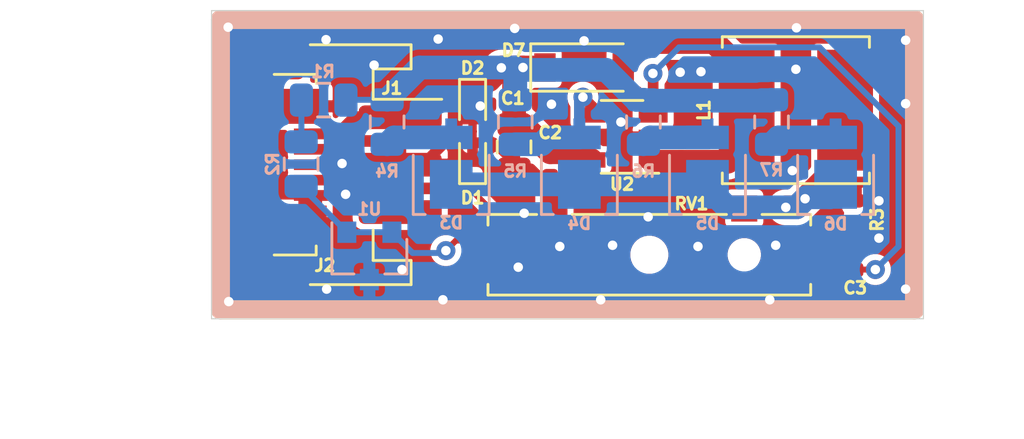
<source format=kicad_pcb>
(kicad_pcb (version 20171130) (host pcbnew 5.1.5)

  (general
    (thickness 1.6)
    (drawings 15)
    (tracks 183)
    (zones 0)
    (modules 23)
    (nets 13)
  )

  (page A4)
  (layers
    (0 F.Cu signal)
    (31 B.Cu signal)
    (32 B.Adhes user hide)
    (33 F.Adhes user hide)
    (34 B.Paste user)
    (35 F.Paste user)
    (36 B.SilkS user)
    (37 F.SilkS user)
    (38 B.Mask user)
    (39 F.Mask user)
    (40 Dwgs.User user hide)
    (41 Cmts.User user hide)
    (42 Eco1.User user)
    (43 Eco2.User user hide)
    (44 Edge.Cuts user)
    (45 Margin user hide)
    (46 B.CrtYd user)
    (47 F.CrtYd user)
    (48 B.Fab user hide)
    (49 F.Fab user hide)
  )

  (setup
    (last_trace_width 0.25)
    (user_trace_width 0.45)
    (user_trace_width 0.5)
    (user_trace_width 1)
    (trace_clearance 0.2)
    (zone_clearance 0.254)
    (zone_45_only no)
    (trace_min 0.2)
    (via_size 0.8)
    (via_drill 0.4)
    (via_min_size 0.4)
    (via_min_drill 0.3)
    (user_via 1.5 1)
    (uvia_size 0.3)
    (uvia_drill 0.1)
    (uvias_allowed no)
    (uvia_min_size 0.2)
    (uvia_min_drill 0.1)
    (edge_width 0.05)
    (segment_width 0.2)
    (pcb_text_width 0.3)
    (pcb_text_size 1.5 1.5)
    (mod_edge_width 0.12)
    (mod_text_size 0.5 0.5)
    (mod_text_width 0.125)
    (pad_size 1.1 1.1)
    (pad_drill 0)
    (pad_to_mask_clearance 0.051)
    (solder_mask_min_width 0.25)
    (aux_axis_origin 0 0)
    (visible_elements FFFFF77F)
    (pcbplotparams
      (layerselection 0x010fc_ffffffff)
      (usegerberextensions false)
      (usegerberattributes false)
      (usegerberadvancedattributes false)
      (creategerberjobfile false)
      (excludeedgelayer true)
      (linewidth 0.100000)
      (plotframeref false)
      (viasonmask false)
      (mode 1)
      (useauxorigin false)
      (hpglpennumber 1)
      (hpglpenspeed 20)
      (hpglpendiameter 15.000000)
      (psnegative false)
      (psa4output false)
      (plotreference true)
      (plotvalue true)
      (plotinvisibletext false)
      (padsonsilk false)
      (subtractmaskfromsilk false)
      (outputformat 1)
      (mirror false)
      (drillshape 1)
      (scaleselection 1)
      (outputdirectory ""))
  )

  (net 0 "")
  (net 1 GND)
  (net 2 Ctrl)
  (net 3 VCC)
  (net 4 "Net-(D5-Pad2)")
  (net 5 "Net-(R1-Pad1)")
  (net 6 "Net-(R2-Pad1)")
  (net 7 "Net-(R3-Pad2)")
  (net 8 "Net-(D3-Pad2)")
  (net 9 "Net-(D3-Pad1)")
  (net 10 "Net-(D4-Pad2)")
  (net 11 "Net-(D6-Pad2)")
  (net 12 "Net-(D7-Pad2)")

  (net_class Default "This is the default net class."
    (clearance 0.2)
    (trace_width 0.25)
    (via_dia 0.8)
    (via_drill 0.4)
    (uvia_dia 0.3)
    (uvia_drill 0.1)
    (add_net Ctrl)
    (add_net GND)
    (add_net "Net-(D3-Pad1)")
    (add_net "Net-(D3-Pad2)")
    (add_net "Net-(D4-Pad2)")
    (add_net "Net-(D5-Pad2)")
    (add_net "Net-(D6-Pad2)")
    (add_net "Net-(D7-Pad2)")
    (add_net "Net-(R1-Pad1)")
    (add_net "Net-(R2-Pad1)")
    (add_net "Net-(R3-Pad2)")
    (add_net VCC)
  )

  (module Resistor_SMD:R_0805_2012Metric (layer B.Cu) (tedit 5B36C52B) (tstamp 5D637702)
    (at 135.075 80.975 90)
    (descr "Resistor SMD 0805 (2012 Metric), square (rectangular) end terminal, IPC_7351 nominal, (Body size source: https://docs.google.com/spreadsheets/d/1BsfQQcO9C6DZCsRaXUlFlo91Tg2WpOkGARC1WS5S8t0/edit?usp=sharing), generated with kicad-footprint-generator")
    (tags resistor)
    (path /5D828137)
    (attr smd)
    (fp_text reference R2 (at 0 -1.2 90) (layer B.SilkS)
      (effects (font (size 0.5 0.5) (thickness 0.125)) (justify mirror))
    )
    (fp_text value 1.2K (at 0 -1.65 90) (layer B.Fab)
      (effects (font (size 1 1) (thickness 0.15)) (justify mirror))
    )
    (fp_text user %R (at 0 0 90) (layer B.Fab)
      (effects (font (size 0.5 0.5) (thickness 0.08)) (justify mirror))
    )
    (fp_line (start 1.68 -0.95) (end -1.68 -0.95) (layer B.CrtYd) (width 0.05))
    (fp_line (start 1.68 0.95) (end 1.68 -0.95) (layer B.CrtYd) (width 0.05))
    (fp_line (start -1.68 0.95) (end 1.68 0.95) (layer B.CrtYd) (width 0.05))
    (fp_line (start -1.68 -0.95) (end -1.68 0.95) (layer B.CrtYd) (width 0.05))
    (fp_line (start -0.258578 -0.71) (end 0.258578 -0.71) (layer B.SilkS) (width 0.12))
    (fp_line (start -0.258578 0.71) (end 0.258578 0.71) (layer B.SilkS) (width 0.12))
    (fp_line (start 1 -0.6) (end -1 -0.6) (layer B.Fab) (width 0.1))
    (fp_line (start 1 0.6) (end 1 -0.6) (layer B.Fab) (width 0.1))
    (fp_line (start -1 0.6) (end 1 0.6) (layer B.Fab) (width 0.1))
    (fp_line (start -1 -0.6) (end -1 0.6) (layer B.Fab) (width 0.1))
    (pad 2 smd roundrect (at 0.9375 0 90) (size 0.975 1.4) (layers B.Cu B.Paste B.Mask) (roundrect_rratio 0.25)
      (net 5 "Net-(R1-Pad1)"))
    (pad 1 smd roundrect (at -0.9375 0 90) (size 0.975 1.4) (layers B.Cu B.Paste B.Mask) (roundrect_rratio 0.25)
      (net 6 "Net-(R2-Pad1)"))
    (model ${KISYS3DMOD}/Resistor_SMD.3dshapes/R_0805_2012Metric.wrl
      (at (xyz 0 0 0))
      (scale (xyz 1 1 1))
      (rotate (xyz 0 0 0))
    )
  )

  (module Resistor_SMD:R_0805_2012Metric (layer B.Cu) (tedit 5B36C52B) (tstamp 5D6376F1)
    (at 136.025 78.275)
    (descr "Resistor SMD 0805 (2012 Metric), square (rectangular) end terminal, IPC_7351 nominal, (Body size source: https://docs.google.com/spreadsheets/d/1BsfQQcO9C6DZCsRaXUlFlo91Tg2WpOkGARC1WS5S8t0/edit?usp=sharing), generated with kicad-footprint-generator")
    (tags resistor)
    (path /5D828130)
    (attr smd)
    (fp_text reference R1 (at -0.025 -1.2) (layer B.SilkS)
      (effects (font (size 0.5 0.5) (thickness 0.125)) (justify mirror))
    )
    (fp_text value 1.2K (at 0 -1.65) (layer B.Fab)
      (effects (font (size 1 1) (thickness 0.15)) (justify mirror))
    )
    (fp_text user %R (at 0 0) (layer B.Fab)
      (effects (font (size 0.5 0.5) (thickness 0.08)) (justify mirror))
    )
    (fp_line (start 1.68 -0.95) (end -1.68 -0.95) (layer B.CrtYd) (width 0.05))
    (fp_line (start 1.68 0.95) (end 1.68 -0.95) (layer B.CrtYd) (width 0.05))
    (fp_line (start -1.68 0.95) (end 1.68 0.95) (layer B.CrtYd) (width 0.05))
    (fp_line (start -1.68 -0.95) (end -1.68 0.95) (layer B.CrtYd) (width 0.05))
    (fp_line (start -0.258578 -0.71) (end 0.258578 -0.71) (layer B.SilkS) (width 0.12))
    (fp_line (start -0.258578 0.71) (end 0.258578 0.71) (layer B.SilkS) (width 0.12))
    (fp_line (start 1 -0.6) (end -1 -0.6) (layer B.Fab) (width 0.1))
    (fp_line (start 1 0.6) (end 1 -0.6) (layer B.Fab) (width 0.1))
    (fp_line (start -1 0.6) (end 1 0.6) (layer B.Fab) (width 0.1))
    (fp_line (start -1 -0.6) (end -1 0.6) (layer B.Fab) (width 0.1))
    (pad 2 smd roundrect (at 0.9375 0) (size 0.975 1.4) (layers B.Cu B.Paste B.Mask) (roundrect_rratio 0.25)
      (net 3 VCC))
    (pad 1 smd roundrect (at -0.9375 0) (size 0.975 1.4) (layers B.Cu B.Paste B.Mask) (roundrect_rratio 0.25)
      (net 5 "Net-(R1-Pad1)"))
    (model ${KISYS3DMOD}/Resistor_SMD.3dshapes/R_0805_2012Metric.wrl
      (at (xyz 0 0 0))
      (scale (xyz 1 1 1))
      (rotate (xyz 0 0 0))
    )
  )

  (module mini_light:LED_Cree-JE (layer B.Cu) (tedit 5DA34BA9) (tstamp 5DA57312)
    (at 157.6 81.1 90)
    (descr https://www.cree.com/led-components/media/documents/data-sheet-JSeries-2835-HE.pdf)
    (tags "LED Cree XH")
    (path /5DA5B5DE)
    (attr smd)
    (fp_text reference D6 (at -2.4 0 180) (layer B.SilkS)
      (effects (font (size 0.5 0.5) (thickness 0.125)) (justify mirror))
    )
    (fp_text value "JE2835 HE" (at 0.3 -2.7 90) (layer B.Fab)
      (effects (font (size 1 1) (thickness 0.15)) (justify mirror))
    )
    (fp_text user %R (at 0.3 0 90) (layer B.Fab)
      (effects (font (size 1 1) (thickness 0.15)) (justify mirror))
    )
    (fp_line (start -1.75 1.4) (end 1.75 1.4) (layer B.Fab) (width 0.1))
    (fp_line (start 1.75 1.4) (end 1.75 -1.4) (layer B.Fab) (width 0.1))
    (fp_line (start 1.75 -1.4) (end -1.75 -1.4) (layer B.Fab) (width 0.1))
    (fp_line (start -1.75 -1.4) (end -1.75 1.4) (layer B.Fab) (width 0.1))
    (fp_line (start -2.1 1.7) (end -2.1 -1.7) (layer B.CrtYd) (width 0.05))
    (fp_line (start -2.1 -1.7) (end 2.3 -1.7) (layer B.CrtYd) (width 0.05))
    (fp_line (start 2.3 -1.7) (end 2.3 1.7) (layer B.CrtYd) (width 0.05))
    (fp_line (start 2.3 1.7) (end -2.1 1.7) (layer B.CrtYd) (width 0.05))
    (fp_line (start 0.5 1.6) (end -2 1.6) (layer B.SilkS) (width 0.12))
    (fp_line (start -2 1.6) (end -2 1.1) (layer B.SilkS) (width 0.12))
    (fp_line (start -2 -1.1) (end -2 -1.6) (layer B.SilkS) (width 0.12))
    (fp_line (start -2 -1.6) (end 0.5 -1.6) (layer B.SilkS) (width 0.12))
    (fp_line (start 1.05 0) (end 0.55 0) (layer B.Fab) (width 0.1))
    (fp_line (start -0.95 0) (end -0.45 0) (layer B.Fab) (width 0.1))
    (fp_line (start -0.45 0.5) (end -0.45 -0.5) (layer B.Fab) (width 0.1))
    (fp_line (start -0.45 0) (end 0.55 0.5) (layer B.Fab) (width 0.1))
    (fp_line (start 0.55 0.5) (end 0.55 -0.5) (layer B.Fab) (width 0.1))
    (fp_line (start 0.55 -0.5) (end -0.45 0) (layer B.Fab) (width 0.1))
    (pad 2 smd rect (at 1.25 0 90) (size 0.79 1.44) (layers B.Cu B.Paste)
      (net 11 "Net-(D6-Pad2)"))
    (pad 1 smd rect (at -0.73 0 90) (size 1.65 1.44) (layers B.Cu B.Paste)
      (net 9 "Net-(D3-Pad1)"))
    (pad 2 smd rect (at 1.75 0 90) (size 0.6 0.5) (layers B.Cu B.Mask)
      (net 11 "Net-(D6-Pad2)"))
    (pad 2 smd rect (at 1.25 0 90) (size 0.99 1.8) (layers B.Cu B.Mask)
      (net 11 "Net-(D6-Pad2)"))
    (pad 1 smd rect (at -0.73 0 90) (size 2.06 1.8) (layers B.Cu B.Mask)
      (net 9 "Net-(D3-Pad1)"))
    (model ${KIPRJMOD}/packages3d/Cree_J-2835-3D.step
      (offset (xyz 0 0.09 -3.5))
      (scale (xyz 1 1 1))
      (rotate (xyz 0 0 0))
    )
  )

  (module mini_light:LED_Cree-JE (layer B.Cu) (tedit 5DA34BA9) (tstamp 5DA4E0D6)
    (at 152.2 81.1 90)
    (descr https://www.cree.com/led-components/media/documents/data-sheet-JSeries-2835-HE.pdf)
    (tags "LED Cree XH")
    (path /5DA59699)
    (attr smd)
    (fp_text reference D5 (at -2.375 0 180) (layer B.SilkS)
      (effects (font (size 0.5 0.5) (thickness 0.125)) (justify mirror))
    )
    (fp_text value "JE2835 HE" (at 0.3 -2.7 90) (layer B.Fab)
      (effects (font (size 1 1) (thickness 0.15)) (justify mirror))
    )
    (fp_text user %R (at 0.3 0 90) (layer B.Fab)
      (effects (font (size 1 1) (thickness 0.15)) (justify mirror))
    )
    (fp_line (start -1.75 1.4) (end 1.75 1.4) (layer B.Fab) (width 0.1))
    (fp_line (start 1.75 1.4) (end 1.75 -1.4) (layer B.Fab) (width 0.1))
    (fp_line (start 1.75 -1.4) (end -1.75 -1.4) (layer B.Fab) (width 0.1))
    (fp_line (start -1.75 -1.4) (end -1.75 1.4) (layer B.Fab) (width 0.1))
    (fp_line (start -2.1 1.7) (end -2.1 -1.7) (layer B.CrtYd) (width 0.05))
    (fp_line (start -2.1 -1.7) (end 2.3 -1.7) (layer B.CrtYd) (width 0.05))
    (fp_line (start 2.3 -1.7) (end 2.3 1.7) (layer B.CrtYd) (width 0.05))
    (fp_line (start 2.3 1.7) (end -2.1 1.7) (layer B.CrtYd) (width 0.05))
    (fp_line (start 0.5 1.6) (end -2 1.6) (layer B.SilkS) (width 0.12))
    (fp_line (start -2 1.6) (end -2 1.1) (layer B.SilkS) (width 0.12))
    (fp_line (start -2 -1.1) (end -2 -1.6) (layer B.SilkS) (width 0.12))
    (fp_line (start -2 -1.6) (end 0.5 -1.6) (layer B.SilkS) (width 0.12))
    (fp_line (start 1.05 0) (end 0.55 0) (layer B.Fab) (width 0.1))
    (fp_line (start -0.95 0) (end -0.45 0) (layer B.Fab) (width 0.1))
    (fp_line (start -0.45 0.5) (end -0.45 -0.5) (layer B.Fab) (width 0.1))
    (fp_line (start -0.45 0) (end 0.55 0.5) (layer B.Fab) (width 0.1))
    (fp_line (start 0.55 0.5) (end 0.55 -0.5) (layer B.Fab) (width 0.1))
    (fp_line (start 0.55 -0.5) (end -0.45 0) (layer B.Fab) (width 0.1))
    (pad 2 smd rect (at 1.25 0 90) (size 0.79 1.44) (layers B.Cu B.Paste)
      (net 4 "Net-(D5-Pad2)"))
    (pad 1 smd rect (at -0.73 0 90) (size 1.65 1.44) (layers B.Cu B.Paste)
      (net 9 "Net-(D3-Pad1)"))
    (pad 2 smd rect (at 1.75 0 90) (size 0.6 0.5) (layers B.Cu B.Mask)
      (net 4 "Net-(D5-Pad2)"))
    (pad 2 smd rect (at 1.25 0 90) (size 0.99 1.8) (layers B.Cu B.Mask)
      (net 4 "Net-(D5-Pad2)"))
    (pad 1 smd rect (at -0.73 0 90) (size 2.06 1.8) (layers B.Cu B.Mask)
      (net 9 "Net-(D3-Pad1)"))
    (model ${KIPRJMOD}/packages3d/Cree_J-2835-3D.step
      (offset (xyz 0 0.09 -3.5))
      (scale (xyz 1 1 1))
      (rotate (xyz 0 0 0))
    )
  )

  (module mini_light:LED_Cree-JE (layer B.Cu) (tedit 5DA34BA9) (tstamp 5DA2DFFB)
    (at 146.8 81.1 90)
    (descr https://www.cree.com/led-components/media/documents/data-sheet-JSeries-2835-HE.pdf)
    (tags "LED Cree XH")
    (path /5D7739A1)
    (attr smd)
    (fp_text reference D4 (at -2.375 0 180) (layer B.SilkS)
      (effects (font (size 0.5 0.5) (thickness 0.125)) (justify mirror))
    )
    (fp_text value "JE2835 HE" (at 0.3 -2.7 90) (layer B.Fab)
      (effects (font (size 1 1) (thickness 0.15)) (justify mirror))
    )
    (fp_text user %R (at 0.3 0 90) (layer B.Fab)
      (effects (font (size 1 1) (thickness 0.15)) (justify mirror))
    )
    (fp_line (start -1.75 1.4) (end 1.75 1.4) (layer B.Fab) (width 0.1))
    (fp_line (start 1.75 1.4) (end 1.75 -1.4) (layer B.Fab) (width 0.1))
    (fp_line (start 1.75 -1.4) (end -1.75 -1.4) (layer B.Fab) (width 0.1))
    (fp_line (start -1.75 -1.4) (end -1.75 1.4) (layer B.Fab) (width 0.1))
    (fp_line (start -2.1 1.7) (end -2.1 -1.7) (layer B.CrtYd) (width 0.05))
    (fp_line (start -2.1 -1.7) (end 2.3 -1.7) (layer B.CrtYd) (width 0.05))
    (fp_line (start 2.3 -1.7) (end 2.3 1.7) (layer B.CrtYd) (width 0.05))
    (fp_line (start 2.3 1.7) (end -2.1 1.7) (layer B.CrtYd) (width 0.05))
    (fp_line (start 0.5 1.6) (end -2 1.6) (layer B.SilkS) (width 0.12))
    (fp_line (start -2 1.6) (end -2 1.1) (layer B.SilkS) (width 0.12))
    (fp_line (start -2 -1.1) (end -2 -1.6) (layer B.SilkS) (width 0.12))
    (fp_line (start -2 -1.6) (end 0.5 -1.6) (layer B.SilkS) (width 0.12))
    (fp_line (start 1.05 0) (end 0.55 0) (layer B.Fab) (width 0.1))
    (fp_line (start -0.95 0) (end -0.45 0) (layer B.Fab) (width 0.1))
    (fp_line (start -0.45 0.5) (end -0.45 -0.5) (layer B.Fab) (width 0.1))
    (fp_line (start -0.45 0) (end 0.55 0.5) (layer B.Fab) (width 0.1))
    (fp_line (start 0.55 0.5) (end 0.55 -0.5) (layer B.Fab) (width 0.1))
    (fp_line (start 0.55 -0.5) (end -0.45 0) (layer B.Fab) (width 0.1))
    (pad 2 smd rect (at 1.25 0 90) (size 0.79 1.44) (layers B.Cu B.Paste)
      (net 10 "Net-(D4-Pad2)"))
    (pad 1 smd rect (at -0.73 0 90) (size 1.65 1.44) (layers B.Cu B.Paste)
      (net 9 "Net-(D3-Pad1)"))
    (pad 2 smd rect (at 1.75 0 90) (size 0.6 0.5) (layers B.Cu B.Mask)
      (net 10 "Net-(D4-Pad2)"))
    (pad 2 smd rect (at 1.25 0 90) (size 0.99 1.8) (layers B.Cu B.Mask)
      (net 10 "Net-(D4-Pad2)"))
    (pad 1 smd rect (at -0.73 0 90) (size 2.06 1.8) (layers B.Cu B.Mask)
      (net 9 "Net-(D3-Pad1)"))
    (model ${KIPRJMOD}/packages3d/Cree_J-2835-3D.step
      (offset (xyz 0 0.09 -3.5))
      (scale (xyz 1 1 1))
      (rotate (xyz 0 0 0))
    )
  )

  (module mini_light:LED_Cree-JE (layer B.Cu) (tedit 5DA34BA9) (tstamp 5DA5B942)
    (at 141.4 81.1 90)
    (descr https://www.cree.com/led-components/media/documents/data-sheet-JSeries-2835-HE.pdf)
    (tags "LED Cree XH")
    (path /5D6494B6)
    (attr smd)
    (fp_text reference D3 (at -2.35 0 180) (layer B.SilkS)
      (effects (font (size 0.5 0.5) (thickness 0.125)) (justify mirror))
    )
    (fp_text value "JE2835 HE" (at 0.3 -2.7 90) (layer B.Fab)
      (effects (font (size 1 1) (thickness 0.15)) (justify mirror))
    )
    (fp_text user %R (at 0.3 0 90) (layer B.Fab)
      (effects (font (size 1 1) (thickness 0.15)) (justify mirror))
    )
    (fp_line (start -1.75 1.4) (end 1.75 1.4) (layer B.Fab) (width 0.1))
    (fp_line (start 1.75 1.4) (end 1.75 -1.4) (layer B.Fab) (width 0.1))
    (fp_line (start 1.75 -1.4) (end -1.75 -1.4) (layer B.Fab) (width 0.1))
    (fp_line (start -1.75 -1.4) (end -1.75 1.4) (layer B.Fab) (width 0.1))
    (fp_line (start -2.1 1.7) (end -2.1 -1.7) (layer B.CrtYd) (width 0.05))
    (fp_line (start -2.1 -1.7) (end 2.3 -1.7) (layer B.CrtYd) (width 0.05))
    (fp_line (start 2.3 -1.7) (end 2.3 1.7) (layer B.CrtYd) (width 0.05))
    (fp_line (start 2.3 1.7) (end -2.1 1.7) (layer B.CrtYd) (width 0.05))
    (fp_line (start 0.5 1.6) (end -2 1.6) (layer B.SilkS) (width 0.12))
    (fp_line (start -2 1.6) (end -2 1.1) (layer B.SilkS) (width 0.12))
    (fp_line (start -2 -1.1) (end -2 -1.6) (layer B.SilkS) (width 0.12))
    (fp_line (start -2 -1.6) (end 0.5 -1.6) (layer B.SilkS) (width 0.12))
    (fp_line (start 1.05 0) (end 0.55 0) (layer B.Fab) (width 0.1))
    (fp_line (start -0.95 0) (end -0.45 0) (layer B.Fab) (width 0.1))
    (fp_line (start -0.45 0.5) (end -0.45 -0.5) (layer B.Fab) (width 0.1))
    (fp_line (start -0.45 0) (end 0.55 0.5) (layer B.Fab) (width 0.1))
    (fp_line (start 0.55 0.5) (end 0.55 -0.5) (layer B.Fab) (width 0.1))
    (fp_line (start 0.55 -0.5) (end -0.45 0) (layer B.Fab) (width 0.1))
    (pad 2 smd rect (at 1.25 0 90) (size 0.79 1.44) (layers B.Cu B.Paste)
      (net 8 "Net-(D3-Pad2)"))
    (pad 1 smd rect (at -0.73 0 90) (size 1.65 1.44) (layers B.Cu B.Paste)
      (net 9 "Net-(D3-Pad1)"))
    (pad 2 smd rect (at 1.75 0 90) (size 0.6 0.5) (layers B.Cu B.Mask)
      (net 8 "Net-(D3-Pad2)"))
    (pad 2 smd rect (at 1.25 0 90) (size 0.99 1.8) (layers B.Cu B.Mask)
      (net 8 "Net-(D3-Pad2)"))
    (pad 1 smd rect (at -0.73 0 90) (size 2.06 1.8) (layers B.Cu B.Mask)
      (net 9 "Net-(D3-Pad1)"))
    (model ${KIPRJMOD}/packages3d/Cree_J-2835-3D.step
      (offset (xyz 0 0.09 -3.5))
      (scale (xyz 1 1 1))
      (rotate (xyz 0 0 0))
    )
  )

  (module Diode_SMD:D_SOD-123 (layer F.Cu) (tedit 58645DC7) (tstamp 5DA56F7B)
    (at 147 76.9)
    (descr SOD-123)
    (tags SOD-123)
    (path /5D64C25E)
    (attr smd)
    (fp_text reference D7 (at -2.975 -0.725) (layer F.SilkS)
      (effects (font (size 0.5 0.5) (thickness 0.125)))
    )
    (fp_text value PMEG40T10ERX (at 0 2.1) (layer F.Fab)
      (effects (font (size 1 1) (thickness 0.15)))
    )
    (fp_line (start -2.25 -1) (end 1.65 -1) (layer F.SilkS) (width 0.12))
    (fp_line (start -2.25 1) (end 1.65 1) (layer F.SilkS) (width 0.12))
    (fp_line (start -2.35 -1.15) (end -2.35 1.15) (layer F.CrtYd) (width 0.05))
    (fp_line (start 2.35 1.15) (end -2.35 1.15) (layer F.CrtYd) (width 0.05))
    (fp_line (start 2.35 -1.15) (end 2.35 1.15) (layer F.CrtYd) (width 0.05))
    (fp_line (start -2.35 -1.15) (end 2.35 -1.15) (layer F.CrtYd) (width 0.05))
    (fp_line (start -1.4 -0.9) (end 1.4 -0.9) (layer F.Fab) (width 0.1))
    (fp_line (start 1.4 -0.9) (end 1.4 0.9) (layer F.Fab) (width 0.1))
    (fp_line (start 1.4 0.9) (end -1.4 0.9) (layer F.Fab) (width 0.1))
    (fp_line (start -1.4 0.9) (end -1.4 -0.9) (layer F.Fab) (width 0.1))
    (fp_line (start -0.75 0) (end -0.35 0) (layer F.Fab) (width 0.1))
    (fp_line (start -0.35 0) (end -0.35 -0.55) (layer F.Fab) (width 0.1))
    (fp_line (start -0.35 0) (end -0.35 0.55) (layer F.Fab) (width 0.1))
    (fp_line (start -0.35 0) (end 0.25 -0.4) (layer F.Fab) (width 0.1))
    (fp_line (start 0.25 -0.4) (end 0.25 0.4) (layer F.Fab) (width 0.1))
    (fp_line (start 0.25 0.4) (end -0.35 0) (layer F.Fab) (width 0.1))
    (fp_line (start 0.25 0) (end 0.75 0) (layer F.Fab) (width 0.1))
    (fp_line (start -2.25 -1) (end -2.25 1) (layer F.SilkS) (width 0.12))
    (fp_text user %R (at 0 -2) (layer F.Fab)
      (effects (font (size 1 1) (thickness 0.15)))
    )
    (pad 2 smd rect (at 1.65 0) (size 0.9 1.2) (layers F.Cu F.Paste F.Mask)
      (net 12 "Net-(D7-Pad2)"))
    (pad 1 smd rect (at -1.65 0) (size 0.9 1.2) (layers F.Cu F.Paste F.Mask)
      (net 3 VCC))
    (model ${KISYS3DMOD}/Diode_SMD.3dshapes/D_SOD-123.wrl
      (at (xyz 0 0 0))
      (scale (xyz 1 1 1))
      (rotate (xyz 0 0 0))
    )
  )

  (module Package_TO_SOT_SMD:TSOT-23-5 (layer F.Cu) (tedit 5A02FF57) (tstamp 5D637776)
    (at 148.6 79.85 180)
    (descr "5-pin TSOT23 package, http://cds.linear.com/docs/en/packaging/SOT_5_05-08-1635.pdf")
    (tags TSOT-23-5)
    (path /5D6483D2)
    (attr smd)
    (fp_text reference U2 (at 0 -1.975) (layer F.SilkS)
      (effects (font (size 0.5 0.5) (thickness 0.125)))
    )
    (fp_text value AL8860WT-7 (at 0 2.5) (layer F.Fab)
      (effects (font (size 1 1) (thickness 0.15)))
    )
    (fp_line (start 2.17 1.7) (end -2.17 1.7) (layer F.CrtYd) (width 0.05))
    (fp_line (start 2.17 1.7) (end 2.17 -1.7) (layer F.CrtYd) (width 0.05))
    (fp_line (start -2.17 -1.7) (end -2.17 1.7) (layer F.CrtYd) (width 0.05))
    (fp_line (start -2.17 -1.7) (end 2.17 -1.7) (layer F.CrtYd) (width 0.05))
    (fp_line (start 0.88 -1.45) (end 0.88 1.45) (layer F.Fab) (width 0.1))
    (fp_line (start 0.88 1.45) (end -0.88 1.45) (layer F.Fab) (width 0.1))
    (fp_line (start -0.88 -1) (end -0.88 1.45) (layer F.Fab) (width 0.1))
    (fp_line (start 0.88 -1.45) (end -0.43 -1.45) (layer F.Fab) (width 0.1))
    (fp_line (start -0.88 -1) (end -0.43 -1.45) (layer F.Fab) (width 0.1))
    (fp_line (start 0.88 -1.51) (end -1.55 -1.51) (layer F.SilkS) (width 0.12))
    (fp_line (start -0.88 1.56) (end 0.88 1.56) (layer F.SilkS) (width 0.12))
    (fp_text user %R (at 0 0 90) (layer F.Fab)
      (effects (font (size 1 1) (thickness 0.15)))
    )
    (pad 5 smd rect (at 1.31 -0.95 180) (size 1.22 0.65) (layers F.Cu F.Paste F.Mask)
      (net 3 VCC))
    (pad 4 smd rect (at 1.31 0.95 180) (size 1.22 0.65) (layers F.Cu F.Paste F.Mask)
      (net 10 "Net-(D4-Pad2)"))
    (pad 3 smd rect (at -1.31 0.95 180) (size 1.22 0.65) (layers F.Cu F.Paste F.Mask)
      (net 2 Ctrl))
    (pad 2 smd rect (at -1.31 0 180) (size 1.22 0.65) (layers F.Cu F.Paste F.Mask)
      (net 1 GND))
    (pad 1 smd rect (at -1.31 -0.95 180) (size 1.22 0.65) (layers F.Cu F.Paste F.Mask)
      (net 12 "Net-(D7-Pad2)"))
    (model ${KISYS3DMOD}/Package_TO_SOT_SMD.3dshapes/TSOT-23-5.wrl
      (at (xyz 0 0 0))
      (scale (xyz 1 1 1))
      (rotate (xyz 0 0 0))
    )
  )

  (module Capacitor_SMD:C_0402_1005Metric (layer F.Cu) (tedit 5B301BBE) (tstamp 5DA5F4CC)
    (at 145.575 80.99 270)
    (descr "Capacitor SMD 0402 (1005 Metric), square (rectangular) end terminal, IPC_7351 nominal, (Body size source: http://www.tortai-tech.com/upload/download/2011102023233369053.pdf), generated with kicad-footprint-generator")
    (tags capacitor)
    (path /5D7D6AB4)
    (attr smd)
    (fp_text reference C2 (at -1.34 0 180) (layer F.SilkS)
      (effects (font (size 0.5 0.5) (thickness 0.125)))
    )
    (fp_text value 100nF (at 0 1.17 90) (layer F.Fab)
      (effects (font (size 1 1) (thickness 0.15)))
    )
    (fp_text user %R (at 0 0 90) (layer F.Fab)
      (effects (font (size 1 1) (thickness 0.15)))
    )
    (fp_line (start 0.93 0.47) (end -0.93 0.47) (layer F.CrtYd) (width 0.05))
    (fp_line (start 0.93 -0.47) (end 0.93 0.47) (layer F.CrtYd) (width 0.05))
    (fp_line (start -0.93 -0.47) (end 0.93 -0.47) (layer F.CrtYd) (width 0.05))
    (fp_line (start -0.93 0.47) (end -0.93 -0.47) (layer F.CrtYd) (width 0.05))
    (fp_line (start 0.5 0.25) (end -0.5 0.25) (layer F.Fab) (width 0.1))
    (fp_line (start 0.5 -0.25) (end 0.5 0.25) (layer F.Fab) (width 0.1))
    (fp_line (start -0.5 -0.25) (end 0.5 -0.25) (layer F.Fab) (width 0.1))
    (fp_line (start -0.5 0.25) (end -0.5 -0.25) (layer F.Fab) (width 0.1))
    (pad 2 smd roundrect (at 0.485 0 270) (size 0.59 0.64) (layers F.Cu F.Paste F.Mask) (roundrect_rratio 0.25)
      (net 1 GND))
    (pad 1 smd roundrect (at -0.485 0 270) (size 0.59 0.64) (layers F.Cu F.Paste F.Mask) (roundrect_rratio 0.25)
      (net 3 VCC))
    (model ${KISYS3DMOD}/Capacitor_SMD.3dshapes/C_0402_1005Metric.wrl
      (at (xyz 0 0 0))
      (scale (xyz 1 1 1))
      (rotate (xyz 0 0 0))
    )
  )

  (module Capacitor_SMD:C_0402_1005Metric (layer F.Cu) (tedit 5B301BBE) (tstamp 5DA55CFB)
    (at 158.45 84.95 270)
    (descr "Capacitor SMD 0402 (1005 Metric), square (rectangular) end terminal, IPC_7351 nominal, (Body size source: http://www.tortai-tech.com/upload/download/2011102023233369053.pdf), generated with kicad-footprint-generator")
    (tags capacitor)
    (path /5D8280F1)
    (attr smd)
    (fp_text reference C3 (at 1.25 0.025 180) (layer F.SilkS)
      (effects (font (size 0.5 0.5) (thickness 0.125)))
    )
    (fp_text value 100nF (at 0 1.17 90) (layer F.Fab)
      (effects (font (size 1 1) (thickness 0.15)))
    )
    (fp_line (start -0.5 0.25) (end -0.5 -0.25) (layer F.Fab) (width 0.1))
    (fp_line (start -0.5 -0.25) (end 0.5 -0.25) (layer F.Fab) (width 0.1))
    (fp_line (start 0.5 -0.25) (end 0.5 0.25) (layer F.Fab) (width 0.1))
    (fp_line (start 0.5 0.25) (end -0.5 0.25) (layer F.Fab) (width 0.1))
    (fp_line (start -0.93 0.47) (end -0.93 -0.47) (layer F.CrtYd) (width 0.05))
    (fp_line (start -0.93 -0.47) (end 0.93 -0.47) (layer F.CrtYd) (width 0.05))
    (fp_line (start 0.93 -0.47) (end 0.93 0.47) (layer F.CrtYd) (width 0.05))
    (fp_line (start 0.93 0.47) (end -0.93 0.47) (layer F.CrtYd) (width 0.05))
    (fp_text user %R (at 0 0 90) (layer F.Fab)
      (effects (font (size 1 1) (thickness 0.15)))
    )
    (pad 1 smd roundrect (at -0.485 0 270) (size 0.59 0.64) (layers F.Cu F.Paste F.Mask) (roundrect_rratio 0.25)
      (net 1 GND))
    (pad 2 smd roundrect (at 0.485 0 270) (size 0.59 0.64) (layers F.Cu F.Paste F.Mask) (roundrect_rratio 0.25)
      (net 2 Ctrl))
    (model ${KISYS3DMOD}/Capacitor_SMD.3dshapes/C_0402_1005Metric.wrl
      (at (xyz 0 0 0))
      (scale (xyz 1 1 1))
      (rotate (xyz 0 0 0))
    )
  )

  (module Resistor_SMD:R_0402_1005Metric (layer F.Cu) (tedit 5B301BBD) (tstamp 5D637711)
    (at 158.45 83 270)
    (descr "Resistor SMD 0402 (1005 Metric), square (rectangular) end terminal, IPC_7351 nominal, (Body size source: http://www.tortai-tech.com/upload/download/2011102023233369053.pdf), generated with kicad-footprint-generator")
    (tags resistor)
    (path /5D82810C)
    (attr smd)
    (fp_text reference R3 (at 0.325 -0.9 90) (layer F.SilkS)
      (effects (font (size 0.5 0.5) (thickness 0.125)))
    )
    (fp_text value R (at 0 1.17 90) (layer F.Fab)
      (effects (font (size 1 1) (thickness 0.15)))
    )
    (fp_line (start -0.5 0.25) (end -0.5 -0.25) (layer F.Fab) (width 0.1))
    (fp_line (start -0.5 -0.25) (end 0.5 -0.25) (layer F.Fab) (width 0.1))
    (fp_line (start 0.5 -0.25) (end 0.5 0.25) (layer F.Fab) (width 0.1))
    (fp_line (start 0.5 0.25) (end -0.5 0.25) (layer F.Fab) (width 0.1))
    (fp_line (start -0.93 0.47) (end -0.93 -0.47) (layer F.CrtYd) (width 0.05))
    (fp_line (start -0.93 -0.47) (end 0.93 -0.47) (layer F.CrtYd) (width 0.05))
    (fp_line (start 0.93 -0.47) (end 0.93 0.47) (layer F.CrtYd) (width 0.05))
    (fp_line (start 0.93 0.47) (end -0.93 0.47) (layer F.CrtYd) (width 0.05))
    (fp_text user %R (at 0 0 90) (layer F.Fab)
      (effects (font (size 1 1) (thickness 0.15)))
    )
    (pad 1 smd roundrect (at -0.485 0 270) (size 0.59 0.64) (layers F.Cu F.Paste F.Mask) (roundrect_rratio 0.25)
      (net 1 GND))
    (pad 2 smd roundrect (at 0.485 0 270) (size 0.59 0.64) (layers F.Cu F.Paste F.Mask) (roundrect_rratio 0.25)
      (net 7 "Net-(R3-Pad2)"))
    (model ${KISYS3DMOD}/Resistor_SMD.3dshapes/R_0402_1005Metric.wrl
      (at (xyz 0 0 0))
      (scale (xyz 1 1 1))
      (rotate (xyz 0 0 0))
    )
  )

  (module mini_light:Potentiometer_RS08U111Z001 (layer F.Cu) (tedit 5DA352B4) (tstamp 5DA5302E)
    (at 149.75 84.8 180)
    (descr "Slide potentiometer, 10K")
    (tags "Potentiometer slide RS08U111Z001")
    (path /5D8280EB)
    (attr smd)
    (fp_text reference RV1 (at -1.775 2.15) (layer F.SilkS)
      (effects (font (size 0.5 0.5) (thickness 0.125)))
    )
    (fp_text value 10K (at 0 3.7) (layer F.Fab)
      (effects (font (size 1 1) (thickness 0.15)))
    )
    (fp_line (start 6.8 -1.7) (end 6.8 -1.25) (layer F.SilkS) (width 0.12))
    (fp_line (start 6.8 1.25) (end 6.8 1.7) (layer F.SilkS) (width 0.12))
    (fp_line (start 4.75 1.7) (end 6.8 1.7) (layer F.SilkS) (width 0.12))
    (fp_line (start -3.25 1.7) (end 3.25 1.7) (layer F.SilkS) (width 0.12))
    (fp_line (start -6.8 1.25) (end -6.8 1.7) (layer F.SilkS) (width 0.12))
    (fp_line (start -6.8 -1.7) (end -6.8 -1.25) (layer F.SilkS) (width 0.12))
    (fp_text user %R (at 3.5 0.1 180) (layer F.Fab)
      (effects (font (size 1 1) (thickness 0.15)))
    )
    (fp_line (start 8.15 -1.8) (end -8.15 -1.8) (layer F.CrtYd) (width 0.05))
    (fp_line (start 8.15 2.75) (end 8.15 -1.8) (layer F.CrtYd) (width 0.05))
    (fp_line (start -8.15 2.75) (end 8.15 2.75) (layer F.CrtYd) (width 0.05))
    (fp_line (start -8.15 -1.8) (end -8.15 2.75) (layer F.CrtYd) (width 0.05))
    (fp_line (start -6.8 1.7) (end -4.75 1.7) (layer F.SilkS) (width 0.12))
    (fp_line (start -6.8 -1.7) (end 6.8 -1.7) (layer F.SilkS) (width 0.12))
    (fp_line (start 6.6 -1.5) (end -6.6 -1.5) (layer F.Fab) (width 0.1))
    (fp_line (start 6.6 1.5) (end 6.6 -1.5) (layer F.Fab) (width 0.1))
    (fp_line (start -6.6 1.5) (end 6.6 1.5) (layer F.Fab) (width 0.1))
    (fp_line (start -6.6 -1.5) (end -6.6 1.5) (layer F.Fab) (width 0.1))
    (pad "" np_thru_hole circle (at 0 0 180) (size 1.1 1.1) (drill 1.1) (layers *.Cu *.Mask))
    (pad "" np_thru_hole circle (at -4 0 180) (size 0.9 0.9) (drill 0.9) (layers *.Cu *.Mask))
    (pad G smd rect (at 4 1.95 180) (size 1.1 1.1) (layers F.Cu F.Paste F.Mask))
    (pad G smd rect (at -4 1.95 180) (size 1.1 1.1) (layers F.Cu F.Paste F.Mask))
    (pad "" smd rect (at 7.1 -0.6 180) (size 1.6 0.9) (layers F.Cu F.Paste F.Mask))
    (pad 3 smd rect (at 7.1 0.6 180) (size 1.6 0.9) (layers F.Cu F.Paste F.Mask)
      (net 6 "Net-(R2-Pad1)"))
    (pad 2 smd rect (at -7.1 -0.6 180) (size 1.6 0.9) (layers F.Cu F.Paste F.Mask)
      (net 2 Ctrl))
    (pad 1 smd rect (at -7.1 0.6 180) (size 1.6 0.9) (layers F.Cu F.Paste F.Mask)
      (net 7 "Net-(R3-Pad2)"))
    (model ${KIPRJMOD}/packages3d/AlpsAlpine_RS08U111Z001.step
      (at (xyz 0 0 0))
      (scale (xyz 1 1 1))
      (rotate (xyz 0 0 -90))
    )
  )

  (module Resistor_SMD:R_0805_2012Metric (layer B.Cu) (tedit 5B36C52B) (tstamp 5DA4E258)
    (at 154.9 79.2 90)
    (descr "Resistor SMD 0805 (2012 Metric), square (rectangular) end terminal, IPC_7351 nominal, (Body size source: https://docs.google.com/spreadsheets/d/1BsfQQcO9C6DZCsRaXUlFlo91Tg2WpOkGARC1WS5S8t0/edit?usp=sharing), generated with kicad-footprint-generator")
    (tags resistor)
    (path /5DA5B5E5)
    (attr smd)
    (fp_text reference R7 (at -2.025 0 180) (layer B.SilkS)
      (effects (font (size 0.5 0.5) (thickness 0.125)) (justify mirror))
    )
    (fp_text value 0R47 (at 0 -1.65 90) (layer B.Fab)
      (effects (font (size 1 1) (thickness 0.15)) (justify mirror))
    )
    (fp_text user %R (at 0 0 90) (layer B.Fab)
      (effects (font (size 1 1) (thickness 0.15)) (justify mirror))
    )
    (fp_line (start 1.68 -0.95) (end -1.68 -0.95) (layer B.CrtYd) (width 0.05))
    (fp_line (start 1.68 0.95) (end 1.68 -0.95) (layer B.CrtYd) (width 0.05))
    (fp_line (start -1.68 0.95) (end 1.68 0.95) (layer B.CrtYd) (width 0.05))
    (fp_line (start -1.68 -0.95) (end -1.68 0.95) (layer B.CrtYd) (width 0.05))
    (fp_line (start -0.258578 -0.71) (end 0.258578 -0.71) (layer B.SilkS) (width 0.12))
    (fp_line (start -0.258578 0.71) (end 0.258578 0.71) (layer B.SilkS) (width 0.12))
    (fp_line (start 1 -0.6) (end -1 -0.6) (layer B.Fab) (width 0.1))
    (fp_line (start 1 0.6) (end 1 -0.6) (layer B.Fab) (width 0.1))
    (fp_line (start -1 0.6) (end 1 0.6) (layer B.Fab) (width 0.1))
    (fp_line (start -1 -0.6) (end -1 0.6) (layer B.Fab) (width 0.1))
    (pad 2 smd roundrect (at 0.9375 0 90) (size 0.975 1.4) (layers B.Cu B.Paste B.Mask) (roundrect_rratio 0.25)
      (net 3 VCC))
    (pad 1 smd roundrect (at -0.9375 0 90) (size 0.975 1.4) (layers B.Cu B.Paste B.Mask) (roundrect_rratio 0.25)
      (net 11 "Net-(D6-Pad2)"))
    (model ${KISYS3DMOD}/Resistor_SMD.3dshapes/R_0805_2012Metric.wrl
      (at (xyz 0 0 0))
      (scale (xyz 1 1 1))
      (rotate (xyz 0 0 0))
    )
  )

  (module Resistor_SMD:R_0805_2012Metric (layer B.Cu) (tedit 5B36C52B) (tstamp 5DA4E247)
    (at 149.5 79.2 90)
    (descr "Resistor SMD 0805 (2012 Metric), square (rectangular) end terminal, IPC_7351 nominal, (Body size source: https://docs.google.com/spreadsheets/d/1BsfQQcO9C6DZCsRaXUlFlo91Tg2WpOkGARC1WS5S8t0/edit?usp=sharing), generated with kicad-footprint-generator")
    (tags resistor)
    (path /5DA596A0)
    (attr smd)
    (fp_text reference R6 (at -2.075 0 180) (layer B.SilkS)
      (effects (font (size 0.5 0.5) (thickness 0.125)) (justify mirror))
    )
    (fp_text value 0R47 (at 0 -1.65 90) (layer B.Fab)
      (effects (font (size 1 1) (thickness 0.15)) (justify mirror))
    )
    (fp_text user %R (at 0 0 90) (layer B.Fab)
      (effects (font (size 1 1) (thickness 0.15)) (justify mirror))
    )
    (fp_line (start 1.68 -0.95) (end -1.68 -0.95) (layer B.CrtYd) (width 0.05))
    (fp_line (start 1.68 0.95) (end 1.68 -0.95) (layer B.CrtYd) (width 0.05))
    (fp_line (start -1.68 0.95) (end 1.68 0.95) (layer B.CrtYd) (width 0.05))
    (fp_line (start -1.68 -0.95) (end -1.68 0.95) (layer B.CrtYd) (width 0.05))
    (fp_line (start -0.258578 -0.71) (end 0.258578 -0.71) (layer B.SilkS) (width 0.12))
    (fp_line (start -0.258578 0.71) (end 0.258578 0.71) (layer B.SilkS) (width 0.12))
    (fp_line (start 1 -0.6) (end -1 -0.6) (layer B.Fab) (width 0.1))
    (fp_line (start 1 0.6) (end 1 -0.6) (layer B.Fab) (width 0.1))
    (fp_line (start -1 0.6) (end 1 0.6) (layer B.Fab) (width 0.1))
    (fp_line (start -1 -0.6) (end -1 0.6) (layer B.Fab) (width 0.1))
    (pad 2 smd roundrect (at 0.9375 0 90) (size 0.975 1.4) (layers B.Cu B.Paste B.Mask) (roundrect_rratio 0.25)
      (net 3 VCC))
    (pad 1 smd roundrect (at -0.9375 0 90) (size 0.975 1.4) (layers B.Cu B.Paste B.Mask) (roundrect_rratio 0.25)
      (net 4 "Net-(D5-Pad2)"))
    (model ${KISYS3DMOD}/Resistor_SMD.3dshapes/R_0805_2012Metric.wrl
      (at (xyz 0 0 0))
      (scale (xyz 1 1 1))
      (rotate (xyz 0 0 0))
    )
  )

  (module Connector_JST:JST_PH_S3B-PH-SM4-TB_1x03-1MP_P2.00mm_Horizontal (layer F.Cu) (tedit 5B78AD87) (tstamp 5DA5E3D0)
    (at 136.4 81 270)
    (descr "JST PH series connector, S3B-PH-SM4-TB (http://www.jst-mfg.com/product/pdf/eng/ePH.pdf), generated with kicad-footprint-generator")
    (tags "connector JST PH top entry")
    (path /5DA44016)
    (attr smd)
    (fp_text reference J1 (at -3.225 -2.5 180) (layer F.SilkS)
      (effects (font (size 0.5 0.5) (thickness 0.125)))
    )
    (fp_text value Conn_01x03_MountingPin (at 0 5.8 90) (layer F.Fab)
      (effects (font (size 1 1) (thickness 0.15)))
    )
    (fp_text user %R (at 0 1.5 90) (layer F.Fab)
      (effects (font (size 1 1) (thickness 0.15)))
    )
    (fp_line (start -2 -0.892893) (end -1.5 -1.6) (layer F.Fab) (width 0.1))
    (fp_line (start -2.5 -1.6) (end -2 -0.892893) (layer F.Fab) (width 0.1))
    (fp_line (start 5.6 -5.1) (end -5.6 -5.1) (layer F.CrtYd) (width 0.05))
    (fp_line (start 5.6 5.1) (end 5.6 -5.1) (layer F.CrtYd) (width 0.05))
    (fp_line (start -5.6 5.1) (end 5.6 5.1) (layer F.CrtYd) (width 0.05))
    (fp_line (start -5.6 -5.1) (end -5.6 5.1) (layer F.CrtYd) (width 0.05))
    (fp_line (start 4.95 -3.2) (end 4.95 4.4) (layer F.Fab) (width 0.1))
    (fp_line (start -4.95 -3.2) (end -4.95 4.4) (layer F.Fab) (width 0.1))
    (fp_line (start -4.95 4.4) (end 4.95 4.4) (layer F.Fab) (width 0.1))
    (fp_line (start -3.34 4.51) (end 3.34 4.51) (layer F.SilkS) (width 0.12))
    (fp_line (start 4.04 -1.71) (end 2.76 -1.71) (layer F.SilkS) (width 0.12))
    (fp_line (start 4.04 -3.31) (end 4.04 -1.71) (layer F.SilkS) (width 0.12))
    (fp_line (start 5.06 -3.31) (end 4.04 -3.31) (layer F.SilkS) (width 0.12))
    (fp_line (start 5.06 0.94) (end 5.06 -3.31) (layer F.SilkS) (width 0.12))
    (fp_line (start -2.76 -1.71) (end -2.76 -4.6) (layer F.SilkS) (width 0.12))
    (fp_line (start -4.04 -1.71) (end -2.76 -1.71) (layer F.SilkS) (width 0.12))
    (fp_line (start -4.04 -3.31) (end -4.04 -1.71) (layer F.SilkS) (width 0.12))
    (fp_line (start -5.06 -3.31) (end -4.04 -3.31) (layer F.SilkS) (width 0.12))
    (fp_line (start -5.06 0.94) (end -5.06 -3.31) (layer F.SilkS) (width 0.12))
    (fp_line (start 4.15 -3.2) (end 4.95 -3.2) (layer F.Fab) (width 0.1))
    (fp_line (start 4.15 -1.6) (end 4.15 -3.2) (layer F.Fab) (width 0.1))
    (fp_line (start -4.15 -1.6) (end 4.15 -1.6) (layer F.Fab) (width 0.1))
    (fp_line (start -4.15 -3.2) (end -4.15 -1.6) (layer F.Fab) (width 0.1))
    (fp_line (start -4.95 -3.2) (end -4.15 -3.2) (layer F.Fab) (width 0.1))
    (pad MP smd roundrect (at 4.35 2.9 270) (size 1.5 3.4) (layers F.Cu F.Paste F.Mask) (roundrect_rratio 0.166667)
      (net 1 GND))
    (pad MP smd roundrect (at -4.35 2.9 270) (size 1.5 3.4) (layers F.Cu F.Paste F.Mask) (roundrect_rratio 0.166667)
      (net 1 GND))
    (pad 3 smd roundrect (at 2 -2.85 270) (size 1 3.5) (layers F.Cu F.Paste F.Mask) (roundrect_rratio 0.25)
      (net 2 Ctrl))
    (pad 2 smd roundrect (at 0 -2.85 270) (size 1 3.5) (layers F.Cu F.Paste F.Mask) (roundrect_rratio 0.25)
      (net 1 GND))
    (pad 1 smd roundrect (at -2 -2.85 270) (size 1 3.5) (layers F.Cu F.Paste F.Mask) (roundrect_rratio 0.25)
      (net 3 VCC))
    (model ${KISYS3DMOD}/Connector_JST.3dshapes/JST_PH_S3B-PH-SM4-TB_1x03-1MP_P2.00mm_Horizontal.wrl
      (at (xyz 0 0 0))
      (scale (xyz 1 1 1))
      (rotate (xyz 0 0 0))
    )
    (model diasbe/${KIPRJMOD}/packages3d/jst_S3B-PH-SM4-TB.step
      (offset (xyz -9.9 12.6 0))
      (scale (xyz 1 1 1))
      (rotate (xyz -90 0 0))
    )
  )

  (module Package_TO_SOT_SMD:SOT-23 (layer B.Cu) (tedit 5A02FF57) (tstamp 5D637761)
    (at 137.95 84.85 270)
    (descr "SOT-23, Standard")
    (tags SOT-23)
    (path /5D828123)
    (attr smd)
    (fp_text reference U1 (at -1.975 0) (layer B.SilkS)
      (effects (font (size 0.5 0.5) (thickness 0.125)) (justify mirror))
    )
    (fp_text value TL431DBZ (at 0 -2.5 270) (layer B.Fab)
      (effects (font (size 1 1) (thickness 0.15)) (justify mirror))
    )
    (fp_line (start 0.76 -1.58) (end -0.7 -1.58) (layer B.SilkS) (width 0.12))
    (fp_line (start 0.76 1.58) (end -1.4 1.58) (layer B.SilkS) (width 0.12))
    (fp_line (start -1.7 -1.75) (end -1.7 1.75) (layer B.CrtYd) (width 0.05))
    (fp_line (start 1.7 -1.75) (end -1.7 -1.75) (layer B.CrtYd) (width 0.05))
    (fp_line (start 1.7 1.75) (end 1.7 -1.75) (layer B.CrtYd) (width 0.05))
    (fp_line (start -1.7 1.75) (end 1.7 1.75) (layer B.CrtYd) (width 0.05))
    (fp_line (start 0.76 1.58) (end 0.76 0.65) (layer B.SilkS) (width 0.12))
    (fp_line (start 0.76 -1.58) (end 0.76 -0.65) (layer B.SilkS) (width 0.12))
    (fp_line (start -0.7 -1.52) (end 0.7 -1.52) (layer B.Fab) (width 0.1))
    (fp_line (start 0.7 1.52) (end 0.7 -1.52) (layer B.Fab) (width 0.1))
    (fp_line (start -0.7 0.95) (end -0.15 1.52) (layer B.Fab) (width 0.1))
    (fp_line (start -0.15 1.52) (end 0.7 1.52) (layer B.Fab) (width 0.1))
    (fp_line (start -0.7 0.95) (end -0.7 -1.5) (layer B.Fab) (width 0.1))
    (fp_text user %R (at 0 0) (layer B.Fab)
      (effects (font (size 1 1) (thickness 0.15)) (justify mirror))
    )
    (pad 3 smd rect (at 1 0 270) (size 0.9 0.8) (layers B.Cu B.Paste B.Mask)
      (net 1 GND))
    (pad 2 smd rect (at -1 -0.95 270) (size 0.9 0.8) (layers B.Cu B.Paste B.Mask)
      (net 6 "Net-(R2-Pad1)"))
    (pad 1 smd rect (at -1 0.95 270) (size 0.9 0.8) (layers B.Cu B.Paste B.Mask)
      (net 6 "Net-(R2-Pad1)"))
    (model ${KISYS3DMOD}/Package_TO_SOT_SMD.3dshapes/SOT-23.wrl
      (at (xyz 0 0 0))
      (scale (xyz 1 1 1))
      (rotate (xyz 0 0 0))
    )
  )

  (module Resistor_SMD:R_0805_2012Metric (layer B.Cu) (tedit 5B36C52B) (tstamp 5D637733)
    (at 144.1 79.2 90)
    (descr "Resistor SMD 0805 (2012 Metric), square (rectangular) end terminal, IPC_7351 nominal, (Body size source: https://docs.google.com/spreadsheets/d/1BsfQQcO9C6DZCsRaXUlFlo91Tg2WpOkGARC1WS5S8t0/edit?usp=sharing), generated with kicad-footprint-generator")
    (tags resistor)
    (path /5D7739A8)
    (attr smd)
    (fp_text reference R5 (at -2.075 0 180) (layer B.SilkS)
      (effects (font (size 0.5 0.5) (thickness 0.125)) (justify mirror))
    )
    (fp_text value 0R47 (at 0 -1.65 90) (layer B.Fab)
      (effects (font (size 1 1) (thickness 0.15)) (justify mirror))
    )
    (fp_text user %R (at 0 0 90) (layer B.Fab)
      (effects (font (size 1 1) (thickness 0.15)) (justify mirror))
    )
    (fp_line (start 1.68 -0.95) (end -1.68 -0.95) (layer B.CrtYd) (width 0.05))
    (fp_line (start 1.68 0.95) (end 1.68 -0.95) (layer B.CrtYd) (width 0.05))
    (fp_line (start -1.68 0.95) (end 1.68 0.95) (layer B.CrtYd) (width 0.05))
    (fp_line (start -1.68 -0.95) (end -1.68 0.95) (layer B.CrtYd) (width 0.05))
    (fp_line (start -0.258578 -0.71) (end 0.258578 -0.71) (layer B.SilkS) (width 0.12))
    (fp_line (start -0.258578 0.71) (end 0.258578 0.71) (layer B.SilkS) (width 0.12))
    (fp_line (start 1 -0.6) (end -1 -0.6) (layer B.Fab) (width 0.1))
    (fp_line (start 1 0.6) (end 1 -0.6) (layer B.Fab) (width 0.1))
    (fp_line (start -1 0.6) (end 1 0.6) (layer B.Fab) (width 0.1))
    (fp_line (start -1 -0.6) (end -1 0.6) (layer B.Fab) (width 0.1))
    (pad 2 smd roundrect (at 0.9375 0 90) (size 0.975 1.4) (layers B.Cu B.Paste B.Mask) (roundrect_rratio 0.25)
      (net 3 VCC))
    (pad 1 smd roundrect (at -0.9375 0 90) (size 0.975 1.4) (layers B.Cu B.Paste B.Mask) (roundrect_rratio 0.25)
      (net 10 "Net-(D4-Pad2)"))
    (model ${KISYS3DMOD}/Resistor_SMD.3dshapes/R_0805_2012Metric.wrl
      (at (xyz 0 0 0))
      (scale (xyz 1 1 1))
      (rotate (xyz 0 0 0))
    )
  )

  (module Resistor_SMD:R_0805_2012Metric (layer B.Cu) (tedit 5B36C52B) (tstamp 5D637722)
    (at 138.7 79.2 90)
    (descr "Resistor SMD 0805 (2012 Metric), square (rectangular) end terminal, IPC_7351 nominal, (Body size source: https://docs.google.com/spreadsheets/d/1BsfQQcO9C6DZCsRaXUlFlo91Tg2WpOkGARC1WS5S8t0/edit?usp=sharing), generated with kicad-footprint-generator")
    (tags resistor)
    (path /5D64903F)
    (attr smd)
    (fp_text reference R4 (at -2.075 0 180) (layer B.SilkS)
      (effects (font (size 0.5 0.5) (thickness 0.125)) (justify mirror))
    )
    (fp_text value 0R47 (at 0 -1.65 90) (layer B.Fab)
      (effects (font (size 1 1) (thickness 0.15)) (justify mirror))
    )
    (fp_text user %R (at 0 0 90) (layer B.Fab)
      (effects (font (size 1 1) (thickness 0.15)) (justify mirror))
    )
    (fp_line (start 1.68 -0.95) (end -1.68 -0.95) (layer B.CrtYd) (width 0.05))
    (fp_line (start 1.68 0.95) (end 1.68 -0.95) (layer B.CrtYd) (width 0.05))
    (fp_line (start -1.68 0.95) (end 1.68 0.95) (layer B.CrtYd) (width 0.05))
    (fp_line (start -1.68 -0.95) (end -1.68 0.95) (layer B.CrtYd) (width 0.05))
    (fp_line (start -0.258578 -0.71) (end 0.258578 -0.71) (layer B.SilkS) (width 0.12))
    (fp_line (start -0.258578 0.71) (end 0.258578 0.71) (layer B.SilkS) (width 0.12))
    (fp_line (start 1 -0.6) (end -1 -0.6) (layer B.Fab) (width 0.1))
    (fp_line (start 1 0.6) (end 1 -0.6) (layer B.Fab) (width 0.1))
    (fp_line (start -1 0.6) (end 1 0.6) (layer B.Fab) (width 0.1))
    (fp_line (start -1 -0.6) (end -1 0.6) (layer B.Fab) (width 0.1))
    (pad 2 smd roundrect (at 0.9375 0 90) (size 0.975 1.4) (layers B.Cu B.Paste B.Mask) (roundrect_rratio 0.25)
      (net 3 VCC))
    (pad 1 smd roundrect (at -0.9375 0 90) (size 0.975 1.4) (layers B.Cu B.Paste B.Mask) (roundrect_rratio 0.25)
      (net 8 "Net-(D3-Pad2)"))
    (model ${KISYS3DMOD}/Resistor_SMD.3dshapes/R_0805_2012Metric.wrl
      (at (xyz 0 0 0))
      (scale (xyz 1 1 1))
      (rotate (xyz 0 0 0))
    )
  )

  (module Inductor_SMD:L_Bourns_SRN6045TA (layer F.Cu) (tedit 5B61DEEA) (tstamp 5DA58856)
    (at 155.925 78.7 180)
    (descr http://www.bourns.com/docs/product-datasheets/srn6045ta.pdf)
    (tags "Semi-shielded Power Inductor")
    (path /5D648CFF)
    (attr smd)
    (fp_text reference L1 (at 3.875 0 90) (layer F.SilkS)
      (effects (font (size 0.5 0.5) (thickness 0.125)))
    )
    (fp_text value 68uH (at 0 4.2) (layer F.Fab)
      (effects (font (size 1 1) (thickness 0.15)))
    )
    (fp_line (start -3.1 -3.1) (end -3.1 -2.65) (layer F.SilkS) (width 0.12))
    (fp_text user %R (at 0 0 90) (layer F.Fab)
      (effects (font (size 1 1) (thickness 0.15)))
    )
    (fp_line (start 3.5 -3.25) (end -3.5 -3.25) (layer F.CrtYd) (width 0.05))
    (fp_line (start -3.5 3.25) (end 3.5 3.25) (layer F.CrtYd) (width 0.05))
    (fp_line (start -3.5 -3.25) (end -3.5 3.25) (layer F.CrtYd) (width 0.05))
    (fp_line (start 3.5 3.25) (end 3.5 -3.25) (layer F.CrtYd) (width 0.05))
    (fp_line (start -3.1 3.1) (end -3.1 2.65) (layer F.SilkS) (width 0.12))
    (fp_line (start 3.1 3.1) (end 3.1 2.65) (layer F.SilkS) (width 0.12))
    (fp_line (start 3.1 3.1) (end -3.1 3.1) (layer F.SilkS) (width 0.12))
    (fp_line (start 3.1 -3.1) (end 3.1 -2.65) (layer F.SilkS) (width 0.12))
    (fp_line (start -3.1 -3.1) (end 3.1 -3.1) (layer F.SilkS) (width 0.12))
    (fp_line (start 3 3) (end 3 -3) (layer F.Fab) (width 0.1))
    (fp_line (start -3 3) (end 3 3) (layer F.Fab) (width 0.1))
    (fp_line (start -3 -3) (end -3 3) (layer F.Fab) (width 0.1))
    (fp_line (start -3 -3) (end 3 -3) (layer F.Fab) (width 0.1))
    (pad 2 smd rect (at 2.075 0 180) (size 2.35 5.1) (layers F.Cu F.Paste F.Mask)
      (net 12 "Net-(D7-Pad2)"))
    (pad 1 smd rect (at -2.075 0 180) (size 2.35 5.1) (layers F.Cu F.Paste F.Mask)
      (net 9 "Net-(D3-Pad1)"))
    (model ${KISYS3DMOD}/Inductor_SMD.3dshapes/L_Bourns_SRN6045TA.wrl
      (at (xyz 0 0 0))
      (scale (xyz 1 1 1))
      (rotate (xyz 0 0 0))
    )
  )

  (module Connector_USB:USB_Micro-B_Molex_47346-0001 (layer F.Cu) (tedit 5A1DC0BD) (tstamp 5D6376CB)
    (at 134 81 270)
    (descr "Micro USB B receptable with flange, bottom-mount, SMD, right-angle (http://www.molex.com/pdm_docs/sd/473460001_sd.pdf)")
    (tags "Micro B USB SMD")
    (path /5C39D85B)
    (attr smd)
    (fp_text reference J2 (at 4.25 -2.075) (layer F.SilkS)
      (effects (font (size 0.5 0.5) (thickness 0.125)))
    )
    (fp_text value USB_B_Micro (at 0 4.6 270) (layer F.Fab)
      (effects (font (size 1 1) (thickness 0.15)))
    )
    (fp_line (start -3.25 2.65) (end 3.25 2.65) (layer F.Fab) (width 0.1))
    (fp_line (start -3.81 2.6) (end -3.81 2.34) (layer F.SilkS) (width 0.12))
    (fp_line (start -3.81 0.06) (end -3.81 -1.71) (layer F.SilkS) (width 0.12))
    (fp_line (start -3.81 -1.71) (end -3.43 -1.71) (layer F.SilkS) (width 0.12))
    (fp_line (start 3.81 -1.71) (end 3.81 0.06) (layer F.SilkS) (width 0.12))
    (fp_line (start 3.81 2.34) (end 3.81 2.6) (layer F.SilkS) (width 0.12))
    (fp_line (start -3.75 3.35) (end -3.75 -1.65) (layer F.Fab) (width 0.1))
    (fp_line (start -3.75 -1.65) (end 3.75 -1.65) (layer F.Fab) (width 0.1))
    (fp_line (start 3.75 -1.65) (end 3.75 3.35) (layer F.Fab) (width 0.1))
    (fp_line (start 3.75 3.35) (end -3.75 3.35) (layer F.Fab) (width 0.1))
    (fp_line (start -4.6 3.9) (end -4.6 -2.7) (layer F.CrtYd) (width 0.05))
    (fp_line (start -4.6 -2.7) (end 4.6 -2.7) (layer F.CrtYd) (width 0.05))
    (fp_line (start 4.6 -2.7) (end 4.6 3.9) (layer F.CrtYd) (width 0.05))
    (fp_line (start 4.6 3.9) (end -4.6 3.9) (layer F.CrtYd) (width 0.05))
    (fp_line (start 3.81 -1.71) (end 3.43 -1.71) (layer F.SilkS) (width 0.12))
    (fp_text user %R (at 0 1.2 90) (layer F.Fab)
      (effects (font (size 1 1) (thickness 0.15)))
    )
    (fp_text user "PCB Edge" (at 0 2.67 270) (layer Dwgs.User)
      (effects (font (size 0.4 0.4) (thickness 0.04)))
    )
    (pad 6 smd rect (at 0.84 1.2 270) (size 1.175 1.9) (layers F.Cu F.Paste F.Mask)
      (net 1 GND))
    (pad 6 smd rect (at -0.84 1.2 270) (size 1.175 1.9) (layers F.Cu F.Paste F.Mask)
      (net 1 GND))
    (pad 6 smd rect (at 2.91 1.2 270) (size 2.375 1.9) (layers F.Cu F.Paste F.Mask)
      (net 1 GND))
    (pad 6 smd rect (at -2.91 1.2 270) (size 2.375 1.9) (layers F.Cu F.Paste F.Mask)
      (net 1 GND))
    (pad 6 smd rect (at 2.4625 -1.1 270) (size 1.475 2.1) (layers F.Cu F.Paste F.Mask)
      (net 1 GND))
    (pad 6 smd rect (at -2.4625 -1.1 270) (size 1.475 2.1) (layers F.Cu F.Paste F.Mask)
      (net 1 GND))
    (pad 5 smd rect (at 1.3 -1.46 270) (size 0.45 1.38) (layers F.Cu F.Paste F.Mask)
      (net 1 GND))
    (pad 4 smd rect (at 0.65 -1.46 270) (size 0.45 1.38) (layers F.Cu F.Paste F.Mask))
    (pad 3 smd rect (at 0 -1.46 270) (size 0.45 1.38) (layers F.Cu F.Paste F.Mask))
    (pad 2 smd rect (at -0.65 -1.46 270) (size 0.45 1.38) (layers F.Cu F.Paste F.Mask))
    (pad 1 smd rect (at -1.3 -1.46 270) (size 0.45 1.38) (layers F.Cu F.Paste F.Mask)
      (net 3 VCC))
    (model ${KISYS3DMOD}/Connector_USB.3dshapes/USB_Micro-B_Molex_47346-0001.wrl
      (at (xyz 0 0 0))
      (scale (xyz 1 1 1))
      (rotate (xyz 0 0 0))
    )
  )

  (module Diode_SMD:D_SC-80 (layer F.Cu) (tedit 58A3074E) (tstamp 5DA51F5B)
    (at 142.3 78.4 270)
    (descr "JEITA SC-80")
    (tags SC-80)
    (path /5C39DED7)
    (attr smd)
    (fp_text reference D2 (at -1.475 0 180) (layer F.SilkS)
      (effects (font (size 0.5 0.5) (thickness 0.125)))
    )
    (fp_text value D_TVS (at 0 1.5 90) (layer F.Fab)
      (effects (font (size 1 1) (thickness 0.15)))
    )
    (fp_text user %R (at 0 -1.4 90) (layer F.Fab)
      (effects (font (size 1 1) (thickness 0.15)))
    )
    (fp_line (start -1.15 0.65) (end -1.15 0.7) (layer F.CrtYd) (width 0.05))
    (fp_line (start -1.15 0.7) (end -1.1 0.7) (layer F.CrtYd) (width 0.05))
    (fp_line (start 1.1 -0.7) (end 1.15 -0.7) (layer F.CrtYd) (width 0.05))
    (fp_line (start 1.15 -0.7) (end 1.15 -0.65) (layer F.CrtYd) (width 0.05))
    (fp_line (start -1.15 -0.7) (end 1.1 -0.7) (layer F.CrtYd) (width 0.05))
    (fp_line (start 1.15 -0.65) (end 1.15 0.7) (layer F.CrtYd) (width 0.05))
    (fp_line (start 1.15 0.7) (end -1.1 0.7) (layer F.CrtYd) (width 0.05))
    (fp_line (start -1.15 0.65) (end -1.15 -0.7) (layer F.CrtYd) (width 0.05))
    (fp_line (start 0.7 -0.55) (end -1 -0.55) (layer F.SilkS) (width 0.12))
    (fp_line (start -1 -0.55) (end -1 0.55) (layer F.SilkS) (width 0.12))
    (fp_line (start -1 0.55) (end 0.7 0.55) (layer F.SilkS) (width 0.12))
    (fp_line (start 0.2 0) (end 0.45 0) (layer F.Fab) (width 0.1))
    (fp_line (start -0.2 -0.275) (end -0.2 0.275) (layer F.Fab) (width 0.1))
    (fp_line (start 0.2 -0.225) (end 0.2 0.225) (layer F.Fab) (width 0.1))
    (fp_line (start 0.2 0.225) (end -0.2 0) (layer F.Fab) (width 0.1))
    (fp_line (start -0.2 0) (end -0.475 0) (layer F.Fab) (width 0.1))
    (fp_line (start -0.2 0) (end 0.2 -0.225) (layer F.Fab) (width 0.1))
    (fp_line (start -0.65 -0.4) (end 0.65 -0.4) (layer F.Fab) (width 0.1))
    (fp_line (start 0.65 -0.4) (end 0.65 0.4) (layer F.Fab) (width 0.1))
    (fp_line (start 0.65 0.4) (end -0.65 0.4) (layer F.Fab) (width 0.1))
    (fp_line (start -0.65 0.4) (end -0.65 -0.4) (layer F.Fab) (width 0.1))
    (pad 1 smd rect (at -0.725 0 270) (size 0.35 0.35) (layers F.Cu F.Paste F.Mask)
      (net 3 VCC))
    (pad 2 smd rect (at 0.725 0 270) (size 0.35 0.35) (layers F.Cu F.Paste F.Mask)
      (net 1 GND))
    (model ${KISYS3DMOD}/Diode_SMD.3dshapes/D_SC-80.wrl
      (at (xyz 0 0 0))
      (scale (xyz 1 1 1))
      (rotate (xyz 0 0 0))
    )
  )

  (module Diode_SMD:D_SC-80 (layer F.Cu) (tedit 58A3074E) (tstamp 5D637646)
    (at 142.3 80.8 90)
    (descr "JEITA SC-80")
    (tags SC-80)
    (path /5C4B64C0)
    (attr smd)
    (fp_text reference D1 (at -1.6 0 180) (layer F.SilkS)
      (effects (font (size 0.5 0.5) (thickness 0.125)))
    )
    (fp_text value D_TVS (at 0 1.5 90) (layer F.Fab)
      (effects (font (size 1 1) (thickness 0.15)))
    )
    (fp_text user %R (at 0 -1.4 90) (layer F.Fab)
      (effects (font (size 1 1) (thickness 0.15)))
    )
    (fp_line (start -1.15 0.65) (end -1.15 0.7) (layer F.CrtYd) (width 0.05))
    (fp_line (start -1.15 0.7) (end -1.1 0.7) (layer F.CrtYd) (width 0.05))
    (fp_line (start 1.1 -0.7) (end 1.15 -0.7) (layer F.CrtYd) (width 0.05))
    (fp_line (start 1.15 -0.7) (end 1.15 -0.65) (layer F.CrtYd) (width 0.05))
    (fp_line (start -1.15 -0.7) (end 1.1 -0.7) (layer F.CrtYd) (width 0.05))
    (fp_line (start 1.15 -0.65) (end 1.15 0.7) (layer F.CrtYd) (width 0.05))
    (fp_line (start 1.15 0.7) (end -1.1 0.7) (layer F.CrtYd) (width 0.05))
    (fp_line (start -1.15 0.65) (end -1.15 -0.7) (layer F.CrtYd) (width 0.05))
    (fp_line (start 0.7 -0.55) (end -1 -0.55) (layer F.SilkS) (width 0.12))
    (fp_line (start -1 -0.55) (end -1 0.55) (layer F.SilkS) (width 0.12))
    (fp_line (start -1 0.55) (end 0.7 0.55) (layer F.SilkS) (width 0.12))
    (fp_line (start 0.2 0) (end 0.45 0) (layer F.Fab) (width 0.1))
    (fp_line (start -0.2 -0.275) (end -0.2 0.275) (layer F.Fab) (width 0.1))
    (fp_line (start 0.2 -0.225) (end 0.2 0.225) (layer F.Fab) (width 0.1))
    (fp_line (start 0.2 0.225) (end -0.2 0) (layer F.Fab) (width 0.1))
    (fp_line (start -0.2 0) (end -0.475 0) (layer F.Fab) (width 0.1))
    (fp_line (start -0.2 0) (end 0.2 -0.225) (layer F.Fab) (width 0.1))
    (fp_line (start -0.65 -0.4) (end 0.65 -0.4) (layer F.Fab) (width 0.1))
    (fp_line (start 0.65 -0.4) (end 0.65 0.4) (layer F.Fab) (width 0.1))
    (fp_line (start 0.65 0.4) (end -0.65 0.4) (layer F.Fab) (width 0.1))
    (fp_line (start -0.65 0.4) (end -0.65 -0.4) (layer F.Fab) (width 0.1))
    (pad 1 smd rect (at -0.725 0 90) (size 0.35 0.35) (layers F.Cu F.Paste F.Mask)
      (net 2 Ctrl))
    (pad 2 smd rect (at 0.725 0 90) (size 0.35 0.35) (layers F.Cu F.Paste F.Mask)
      (net 1 GND))
    (model ${KISYS3DMOD}/Diode_SMD.3dshapes/D_SC-80.wrl
      (at (xyz 0 0 0))
      (scale (xyz 1 1 1))
      (rotate (xyz 0 0 0))
    )
  )

  (module Capacitor_SMD:C_0805_2012Metric (layer F.Cu) (tedit 5B36C52B) (tstamp 5D63760C)
    (at 144.05 80.25 270)
    (descr "Capacitor SMD 0805 (2012 Metric), square (rectangular) end terminal, IPC_7351 nominal, (Body size source: https://docs.google.com/spreadsheets/d/1BsfQQcO9C6DZCsRaXUlFlo91Tg2WpOkGARC1WS5S8t0/edit?usp=sharing), generated with kicad-footprint-generator")
    (tags capacitor)
    (path /5D7D6AAE)
    (attr smd)
    (fp_text reference C1 (at -2.05 0.05 180) (layer F.SilkS)
      (effects (font (size 0.5 0.5) (thickness 0.125)))
    )
    (fp_text value 10uF (at 0 1.65 90) (layer F.Fab)
      (effects (font (size 1 1) (thickness 0.15)))
    )
    (fp_text user %R (at 0 0 90) (layer F.Fab)
      (effects (font (size 1 1) (thickness 0.15)))
    )
    (fp_line (start 1.68 0.95) (end -1.68 0.95) (layer F.CrtYd) (width 0.05))
    (fp_line (start 1.68 -0.95) (end 1.68 0.95) (layer F.CrtYd) (width 0.05))
    (fp_line (start -1.68 -0.95) (end 1.68 -0.95) (layer F.CrtYd) (width 0.05))
    (fp_line (start -1.68 0.95) (end -1.68 -0.95) (layer F.CrtYd) (width 0.05))
    (fp_line (start -0.258578 0.71) (end 0.258578 0.71) (layer F.SilkS) (width 0.12))
    (fp_line (start -0.258578 -0.71) (end 0.258578 -0.71) (layer F.SilkS) (width 0.12))
    (fp_line (start 1 0.6) (end -1 0.6) (layer F.Fab) (width 0.1))
    (fp_line (start 1 -0.6) (end 1 0.6) (layer F.Fab) (width 0.1))
    (fp_line (start -1 -0.6) (end 1 -0.6) (layer F.Fab) (width 0.1))
    (fp_line (start -1 0.6) (end -1 -0.6) (layer F.Fab) (width 0.1))
    (pad 2 smd roundrect (at 0.9375 0 270) (size 0.975 1.4) (layers F.Cu F.Paste F.Mask) (roundrect_rratio 0.25)
      (net 1 GND))
    (pad 1 smd roundrect (at -0.9375 0 270) (size 0.975 1.4) (layers F.Cu F.Paste F.Mask) (roundrect_rratio 0.25)
      (net 3 VCC))
    (model ${KISYS3DMOD}/Capacitor_SMD.3dshapes/C_0805_2012Metric.wrl
      (at (xyz 0 0 0))
      (scale (xyz 1 1 1))
      (rotate (xyz 0 0 0))
    )
  )

  (dimension 1.2 (width 0.15) (layer Eco1.User)
    (gr_text "1.200 mm" (at 130.7 93.225) (layer Eco1.User)
      (effects (font (size 1 1) (thickness 0.15)))
    )
    (feature1 (pts (xy 130.1 85.6) (xy 130.1 92.511421)))
    (feature2 (pts (xy 131.3 85.6) (xy 131.3 92.511421)))
    (crossbar (pts (xy 131.3 91.925) (xy 130.1 91.925)))
    (arrow1a (pts (xy 130.1 91.925) (xy 131.226504 91.338579)))
    (arrow1b (pts (xy 130.1 91.925) (xy 131.226504 92.511421)))
    (arrow2a (pts (xy 131.3 91.925) (xy 130.173496 91.338579)))
    (arrow2b (pts (xy 131.3 91.925) (xy 130.173496 92.511421)))
  )
  (dimension 1.9 (width 0.15) (layer Eco1.User)
    (gr_text "1.900 mm" (at 126.05 86.55 270) (layer Eco1.User)
      (effects (font (size 1 1) (thickness 0.15)))
    )
    (feature1 (pts (xy 131.3 87.5) (xy 126.763579 87.5)))
    (feature2 (pts (xy 131.3 85.6) (xy 126.763579 85.6)))
    (crossbar (pts (xy 127.35 85.6) (xy 127.35 87.5)))
    (arrow1a (pts (xy 127.35 87.5) (xy 126.763579 86.373496)))
    (arrow1b (pts (xy 127.35 87.5) (xy 127.936421 86.373496)))
    (arrow2a (pts (xy 127.35 85.6) (xy 126.763579 86.726504)))
    (arrow2b (pts (xy 127.35 85.6) (xy 127.936421 86.726504)))
  )
  (dimension 13 (width 0.15) (layer Eco1.User)
    (gr_text "13.000 mm" (at 164.175 81 90) (layer Eco1.User)
      (effects (font (size 1 1) (thickness 0.15)))
    )
    (feature1 (pts (xy 161.3 74.5) (xy 163.461421 74.5)))
    (feature2 (pts (xy 161.3 87.5) (xy 163.461421 87.5)))
    (crossbar (pts (xy 162.875 87.5) (xy 162.875 74.5)))
    (arrow1a (pts (xy 162.875 74.5) (xy 163.461421 75.626504)))
    (arrow1b (pts (xy 162.875 74.5) (xy 162.288579 75.626504)))
    (arrow2a (pts (xy 162.875 87.5) (xy 163.461421 86.373496)))
    (arrow2b (pts (xy 162.875 87.5) (xy 162.288579 86.373496)))
  )
  (dimension 30 (width 0.15) (layer Eco1.User)
    (gr_text "30.000 mm" (at 146.3 90.15) (layer Eco1.User)
      (effects (font (size 1 1) (thickness 0.15)))
    )
    (feature1 (pts (xy 161.3 87.5) (xy 161.3 89.436421)))
    (feature2 (pts (xy 131.3 87.5) (xy 131.3 89.436421)))
    (crossbar (pts (xy 131.3 88.85) (xy 161.3 88.85)))
    (arrow1a (pts (xy 161.3 88.85) (xy 160.173496 89.436421)))
    (arrow1b (pts (xy 161.3 88.85) (xy 160.173496 88.263579)))
    (arrow2a (pts (xy 131.3 88.85) (xy 132.426504 89.436421)))
    (arrow2b (pts (xy 131.3 88.85) (xy 132.426504 88.263579)))
  )
  (gr_line (start 160.925 74.875) (end 160.925 87.125) (layer B.SilkS) (width 0.8) (tstamp 5DA608AB))
  (gr_line (start 160.925 87.125) (end 131.675 87.125) (layer B.SilkS) (width 0.8) (tstamp 5DA60856))
  (gr_line (start 131.675 74.875) (end 160.925 74.875) (layer F.SilkS) (width 0.8) (tstamp 5DA607E1))
  (gr_line (start 131.675 74.875) (end 131.675 87.125) (layer B.SilkS) (width 0.8) (tstamp 5DA60544))
  (gr_line (start 131.675 74.875) (end 160.925 74.875) (layer B.SilkS) (width 0.8) (tstamp 5DA604CA))
  (gr_line (start 160.925 87.125) (end 131.675 87.125) (layer F.SilkS) (width 0.8))
  (gr_line (start 160.925 74.875) (end 160.925 87.125) (layer F.SilkS) (width 0.8))
  (gr_line (start 131.3 87.5) (end 131.3 74.5) (layer Edge.Cuts) (width 0.05) (tstamp 5DA50497))
  (gr_line (start 161.3 87.5) (end 131.3 87.5) (layer Edge.Cuts) (width 0.05) (tstamp 5DA5049D))
  (gr_line (start 161.3 74.5) (end 161.3 87.5) (layer Edge.Cuts) (width 0.05) (tstamp 5DA50494))
  (gr_line (start 131.3 74.5) (end 161.3 74.5) (layer Edge.Cuts) (width 0.05) (tstamp 5DA5049A))

  (segment (start 133.2475 78.5375) (end 132.8 78.09) (width 1) (layer F.Cu) (net 1))
  (segment (start 135.1 78.5375) (end 133.2475 78.5375) (width 1) (layer F.Cu) (net 1))
  (segment (start 132.8 77.35) (end 133.5 76.65) (width 1) (layer F.Cu) (net 1))
  (segment (start 132.8 78.09) (end 132.8 77.35) (width 1) (layer F.Cu) (net 1))
  (segment (start 132.8 78.09) (end 132.8 80.16) (width 1) (layer F.Cu) (net 1))
  (segment (start 132.8 80.16) (end 132.8 81.84) (width 1) (layer F.Cu) (net 1))
  (segment (start 132.8 81.84) (end 132.8 83.91) (width 1) (layer F.Cu) (net 1))
  (segment (start 132.8 84.65) (end 133.5 85.35) (width 1) (layer F.Cu) (net 1))
  (segment (start 132.8 83.91) (end 132.8 84.65) (width 1) (layer F.Cu) (net 1))
  (segment (start 135.46 82.94) (end 135.46 82.575001) (width 1) (layer F.Cu) (net 1))
  (segment (start 135.1 83.4625) (end 135.1 83.3) (width 1) (layer F.Cu) (net 1))
  (segment (start 135.1 83.3) (end 135.46 82.94) (width 1) (layer F.Cu) (net 1))
  (via (at 151.925 77.075) (size 0.8) (drill 0.4) (layers F.Cu B.Cu) (net 1))
  (via (at 151.05 77.1) (size 0.8) (drill 0.4) (layers F.Cu B.Cu) (net 1))
  (segment (start 145.934168 81.804168) (end 146.679168 81.804168) (width 0.45) (layer F.Cu) (net 1))
  (segment (start 145.6 81.47) (end 145.934168 81.804168) (width 0.45) (layer F.Cu) (net 1))
  (segment (start 146.679168 81.804168) (end 146.875 82) (width 0.45) (layer F.Cu) (net 1))
  (segment (start 145.045 81.47) (end 144.75 81.175) (width 0.45) (layer F.Cu) (net 1))
  (segment (start 145.6 81.47) (end 145.045 81.47) (width 0.45) (layer F.Cu) (net 1))
  (segment (start 143.077502 81.1875) (end 142.740002 80.85) (width 0.45) (layer F.Cu) (net 1))
  (segment (start 144.05 81.1875) (end 143.077502 81.1875) (width 0.45) (layer F.Cu) (net 1))
  (segment (start 142.740002 80.85) (end 142.425 80.85) (width 0.45) (layer F.Cu) (net 1))
  (segment (start 142.3 80.725) (end 142.3 80.075) (width 0.45) (layer F.Cu) (net 1))
  (segment (start 142.425 80.85) (end 142.3 80.725) (width 0.45) (layer F.Cu) (net 1))
  (segment (start 144.05 80.875) (end 144.05 81.1875) (width 0.45) (layer F.Cu) (net 1))
  (segment (start 143.316738 80.22501) (end 143.40001 80.22501) (width 0.45) (layer F.Cu) (net 1))
  (segment (start 142.3 80.075) (end 143.166728 80.075) (width 0.45) (layer F.Cu) (net 1))
  (segment (start 143.40001 80.22501) (end 144.05 80.875) (width 0.45) (layer F.Cu) (net 1))
  (segment (start 143.166728 80.075) (end 143.316738 80.22501) (width 0.45) (layer F.Cu) (net 1))
  (segment (start 142.3 80.075) (end 141.125 80.075) (width 0.45) (layer F.Cu) (net 1))
  (segment (start 139.35 80.9) (end 139.25 81) (width 0.45) (layer F.Cu) (net 1))
  (segment (start 140.3 80.9) (end 139.35 80.9) (width 0.45) (layer F.Cu) (net 1))
  (segment (start 141.125 80.075) (end 140.3 80.9) (width 0.45) (layer F.Cu) (net 1))
  (via (at 155.925 76.975) (size 0.8) (drill 0.4) (layers F.Cu B.Cu) (net 1))
  (via (at 155.775 81.25) (size 0.8) (drill 0.4) (layers F.Cu B.Cu) (net 1))
  (via (at 159.425 82.525) (size 0.8) (drill 0.4) (layers F.Cu B.Cu) (net 1))
  (via (at 160.55 86.25) (size 0.8) (drill 0.4) (layers F.Cu B.Cu) (net 1))
  (via (at 160.55 75.75) (size 0.8) (drill 0.4) (layers F.Cu B.Cu) (net 1))
  (via (at 136.125 75.725) (size 0.8) (drill 0.4) (layers F.Cu B.Cu) (net 1))
  (via (at 136.15 86.25) (size 0.8) (drill 0.4) (layers F.Cu B.Cu) (net 1))
  (via (at 136.8 80.95) (size 0.8) (drill 0.4) (layers F.Cu B.Cu) (net 1))
  (via (at 136.95 82.25) (size 0.8) (drill 0.4) (layers F.Cu B.Cu) (net 1))
  (via (at 144.475 83.05) (size 0.8) (drill 0.4) (layers F.Cu B.Cu) (net 1))
  (via (at 159.425 84.1) (size 0.8) (drill 0.4) (layers F.Cu B.Cu) (net 1))
  (via (at 155.075 84.4) (size 0.8) (drill 0.4) (layers F.Cu B.Cu) (net 1))
  (via (at 151.8 84.45) (size 0.8) (drill 0.4) (layers F.Cu B.Cu) (net 1))
  (via (at 148.2 84.4) (size 0.8) (drill 0.4) (layers F.Cu B.Cu) (net 1))
  (via (at 145.975 84.45) (size 0.8) (drill 0.4) (layers F.Cu B.Cu) (net 1))
  (via (at 149.7 83.2) (size 0.8) (drill 0.4) (layers F.Cu B.Cu) (net 1))
  (via (at 145.625 78.45) (size 0.8) (drill 0.4) (layers F.Cu B.Cu) (net 1))
  (segment (start 142.3 79.125) (end 142.3 78.7) (width 0.25) (layer F.Cu) (net 1))
  (via (at 142.625 78.525) (size 0.8) (drill 0.4) (layers F.Cu B.Cu) (net 1))
  (segment (start 142.3 78.7) (end 142.475 78.525) (width 0.25) (layer F.Cu) (net 1))
  (segment (start 142.475 78.525) (end 142.625 78.525) (width 0.25) (layer F.Cu) (net 1))
  (via (at 144.225 85.325) (size 0.8) (drill 0.4) (layers F.Cu B.Cu) (net 1))
  (via (at 139.325 85.425) (size 0.8) (drill 0.4) (layers F.Cu B.Cu) (net 1))
  (via (at 138.15 76.8) (size 0.8) (drill 0.4) (layers F.Cu B.Cu) (net 1))
  (via (at 140.85 75.7) (size 0.8) (drill 0.4) (layers F.Cu B.Cu) (net 1))
  (via (at 147 75.775) (size 0.8) (drill 0.4) (layers F.Cu B.Cu) (net 1))
  (segment (start 133.2475 83.4625) (end 132.8 83.91) (width 1) (layer F.Cu) (net 1))
  (segment (start 135.1 83.4625) (end 133.2475 83.4625) (width 1) (layer F.Cu) (net 1))
  (segment (start 136.9 82.3) (end 136.95 82.25) (width 0.45) (layer F.Cu) (net 1))
  (segment (start 135.46 82.3) (end 136.9 82.3) (width 0.45) (layer F.Cu) (net 1))
  (segment (start 158.03 82.515) (end 157.595 82.95) (width 0.25) (layer F.Cu) (net 1))
  (segment (start 158.45 82.515) (end 158.03 82.515) (width 0.25) (layer F.Cu) (net 1))
  (segment (start 157.595 82.95) (end 157.225 82.95) (width 0.25) (layer F.Cu) (net 1))
  (via (at 148.55 79.2) (size 0.8) (drill 0.4) (layers F.Cu B.Cu) (net 1) (tstamp 5DA60058))
  (via (at 155.95 75.225) (size 0.8) (drill 0.4) (layers F.Cu B.Cu) (net 1))
  (via (at 144.075 75.25) (size 0.8) (drill 0.4) (layers F.Cu B.Cu) (net 1))
  (via (at 132 75.2) (size 0.8) (drill 0.4) (layers F.Cu B.Cu) (net 1))
  (via (at 132.025 86.775) (size 0.8) (drill 0.4) (layers F.Cu B.Cu) (net 1))
  (via (at 141.05 86.7) (size 0.8) (drill 0.4) (layers F.Cu B.Cu) (net 1))
  (via (at 147.7 86.7) (size 0.8) (drill 0.4) (layers F.Cu B.Cu) (net 1))
  (via (at 154.825 86.7) (size 0.8) (drill 0.4) (layers F.Cu B.Cu) (net 1))
  (via (at 160.55 78.425) (size 0.8) (drill 0.4) (layers F.Cu B.Cu) (net 1))
  (via (at 149.89999 77.15) (size 0.8) (drill 0.4) (layers F.Cu B.Cu) (net 2))
  (segment (start 149.91 78.9) (end 149.91 77.16001) (width 0.45) (layer F.Cu) (net 2))
  (segment (start 149.91 77.16001) (end 149.89999 77.15) (width 0.45) (layer F.Cu) (net 2))
  (segment (start 156.885 85.435) (end 156.85 85.4) (width 0.25) (layer F.Cu) (net 2))
  (segment (start 158.45 85.435) (end 156.885 85.435) (width 0.25) (layer F.Cu) (net 2))
  (segment (start 140.4 83) (end 139.25 83) (width 0.25) (layer F.Cu) (net 2))
  (segment (start 142.3 81.525) (end 141.875 81.525) (width 0.25) (layer F.Cu) (net 2))
  (segment (start 141.875 81.525) (end 140.4 83) (width 0.25) (layer F.Cu) (net 2))
  (via (at 159.275 85.425) (size 0.8) (drill 0.4) (layers F.Cu B.Cu) (net 2))
  (segment (start 158.46 85.425) (end 158.45 85.435) (width 0.25) (layer F.Cu) (net 2))
  (segment (start 159.275 85.425) (end 158.46 85.425) (width 0.25) (layer F.Cu) (net 2))
  (segment (start 145.9 85.725) (end 142.3 82.125) (width 0.25) (layer F.Cu) (net 2))
  (segment (start 155.475 85.725) (end 145.9 85.725) (width 0.25) (layer F.Cu) (net 2))
  (segment (start 156.85 85.4) (end 155.8 85.4) (width 0.25) (layer F.Cu) (net 2))
  (segment (start 142.3 82.125) (end 142.3 81.525) (width 0.25) (layer F.Cu) (net 2))
  (segment (start 155.8 85.4) (end 155.475 85.725) (width 0.25) (layer F.Cu) (net 2))
  (segment (start 160.25 84.45) (end 159.275 85.425) (width 0.25) (layer B.Cu) (net 2))
  (segment (start 160.25 79.375) (end 160.25 84.45) (width 0.25) (layer B.Cu) (net 2))
  (segment (start 149.89999 77.15) (end 150.99999 76.05) (width 0.25) (layer B.Cu) (net 2))
  (segment (start 156.925 76.05) (end 160.25 79.375) (width 0.25) (layer B.Cu) (net 2))
  (segment (start 150.99999 76.05) (end 156.925 76.05) (width 0.25) (layer B.Cu) (net 2))
  (segment (start 144.4125 79.3125) (end 145.57499 80.47499) (width 1) (layer F.Cu) (net 3))
  (segment (start 144.05 79.3125) (end 144.4125 79.3125) (width 1) (layer F.Cu) (net 3))
  (segment (start 146.448562 80.8) (end 147.29 80.8) (width 1) (layer F.Cu) (net 3))
  (segment (start 145.57499 80.47499) (end 146.123552 80.47499) (width 1) (layer F.Cu) (net 3))
  (segment (start 146.123552 80.47499) (end 146.448562 80.8) (width 1) (layer F.Cu) (net 3))
  (segment (start 154.8625 78.3) (end 154.9 78.2625) (width 1) (layer B.Cu) (net 3))
  (segment (start 149.5 78.2625) (end 149.5375 78.3) (width 1) (layer B.Cu) (net 3))
  (segment (start 149.5375 78.3) (end 154.8625 78.3) (width 1) (layer B.Cu) (net 3))
  (segment (start 144.1 78.2625) (end 144.1 76.900014) (width 1) (layer B.Cu) (net 3))
  (segment (start 144.05 79.3125) (end 144.05 76.950014) (width 1) (layer F.Cu) (net 3))
  (segment (start 144.05 76.950014) (end 144.1 76.900014) (width 1) (layer F.Cu) (net 3))
  (segment (start 144.100014 76.9) (end 144.1 76.900014) (width 1) (layer F.Cu) (net 3))
  (segment (start 145.35 76.9) (end 144.425 76.9) (width 1) (layer F.Cu) (net 3))
  (segment (start 137.325 78.975) (end 137.5 78.975) (width 0.45) (layer F.Cu) (net 3))
  (segment (start 135.46 79.7) (end 136.6 79.7) (width 0.45) (layer F.Cu) (net 3))
  (segment (start 136.6 79.7) (end 137.325 78.975) (width 0.45) (layer F.Cu) (net 3))
  (segment (start 144.199986 77) (end 144.1 76.900014) (width 1) (layer B.Cu) (net 3))
  (segment (start 147.928004 77) (end 144.199986 77) (width 1) (layer B.Cu) (net 3))
  (segment (start 149.5 78.2625) (end 149.190504 78.2625) (width 1) (layer B.Cu) (net 3))
  (segment (start 149.190504 78.2625) (end 147.928004 77) (width 1) (layer B.Cu) (net 3))
  (segment (start 140.062486 76.900014) (end 138.7 78.2625) (width 1) (layer B.Cu) (net 3))
  (segment (start 144.1 76.900014) (end 142.574986 76.900014) (width 1) (layer B.Cu) (net 3))
  (segment (start 144.425 76.9) (end 144.100014 76.9) (width 1) (layer F.Cu) (net 3) (tstamp 5DA5E897))
  (segment (start 142.574986 76.900014) (end 140.062486 76.900014) (width 1) (layer B.Cu) (net 3) (tstamp 5DA5E89B))
  (via (at 143.5125 76.9125) (size 0.8) (drill 0.4) (layers F.Cu B.Cu) (net 3))
  (via (at 144.425 76.9) (size 0.8) (drill 0.4) (layers F.Cu B.Cu) (net 3))
  (segment (start 143.524986 76.900014) (end 144.1 76.900014) (width 1) (layer F.Cu) (net 3))
  (segment (start 143.5125 76.9125) (end 143.524986 76.900014) (width 1) (layer F.Cu) (net 3) (tstamp 5DA5E899))
  (segment (start 140.825001 77.424999) (end 139.25 79) (width 1) (layer F.Cu) (net 3))
  (segment (start 143.5125 76.9125) (end 143.000001 77.424999) (width 1) (layer F.Cu) (net 3))
  (segment (start 143.000001 77.424999) (end 140.825001 77.424999) (width 1) (layer F.Cu) (net 3))
  (segment (start 136.975 78.2625) (end 136.9625 78.275) (width 0.25) (layer B.Cu) (net 3))
  (segment (start 138.7 78.2625) (end 136.975 78.2625) (width 0.25) (layer B.Cu) (net 3))
  (segment (start 149.7875 79.85) (end 152.2 79.85) (width 1) (layer B.Cu) (net 4))
  (segment (start 149.5 80.1375) (end 149.7875 79.85) (width 1) (layer B.Cu) (net 4))
  (segment (start 135.0875 80.025) (end 135.075 80.0375) (width 0.25) (layer B.Cu) (net 5))
  (segment (start 135.0875 78.275) (end 135.0875 80.025) (width 0.25) (layer B.Cu) (net 5))
  (segment (start 138.9 83.85) (end 137 83.85) (width 0.25) (layer B.Cu) (net 6))
  (via (at 141.175 84.625) (size 0.8) (drill 0.4) (layers F.Cu B.Cu) (net 6))
  (segment (start 141.6 84.2) (end 141.175 84.625) (width 0.25) (layer F.Cu) (net 6))
  (segment (start 142.65 84.2) (end 141.6 84.2) (width 0.25) (layer F.Cu) (net 6))
  (segment (start 141.075 84.725) (end 141.175 84.625) (width 0.25) (layer B.Cu) (net 6))
  (segment (start 138.9 83.85) (end 139.775 84.725) (width 0.25) (layer B.Cu) (net 6))
  (segment (start 139.775 84.725) (end 141.075 84.725) (width 0.25) (layer B.Cu) (net 6))
  (segment (start 137 83.8375) (end 137 83.85) (width 0.25) (layer B.Cu) (net 6))
  (segment (start 135.075 81.9125) (end 137 83.8375) (width 0.25) (layer B.Cu) (net 6))
  (segment (start 157.475 84.2) (end 156.85 84.2) (width 0.25) (layer F.Cu) (net 7))
  (segment (start 158.45 83.485) (end 158.19 83.485) (width 0.25) (layer F.Cu) (net 7))
  (segment (start 158.19 83.485) (end 157.475 84.2) (width 0.25) (layer F.Cu) (net 7))
  (segment (start 138.7 80.1375) (end 138.9875 79.85) (width 1) (layer B.Cu) (net 8))
  (segment (start 138.9875 79.85) (end 141.4 79.85) (width 1) (layer B.Cu) (net 8))
  (segment (start 141.4 79.85) (end 141.4 79.35) (width 0.25) (layer B.Cu) (net 8))
  (segment (start 146.8 81.83) (end 152.2 81.83) (width 1) (layer B.Cu) (net 9))
  (segment (start 157.375 82.375) (end 156.375 82.375) (width 1) (layer B.Cu) (net 9))
  (segment (start 157.6 81.83) (end 157.6 82.15) (width 1) (layer B.Cu) (net 9))
  (segment (start 156.375 82.375) (end 156.3125 82.4375) (width 1) (layer B.Cu) (net 9))
  (segment (start 157.6 82.15) (end 157.375 82.375) (width 1) (layer B.Cu) (net 9))
  (segment (start 141.4 81.83) (end 146.8 81.83) (width 1) (layer B.Cu) (net 9))
  (via (at 156.3125 82.4375) (size 0.8) (drill 0.4) (layers F.Cu B.Cu) (net 9))
  (via (at 155.5 82.8) (size 0.8) (drill 0.4) (layers F.Cu B.Cu) (net 9))
  (segment (start 158 80.75) (end 156.3125 82.4375) (width 1) (layer F.Cu) (net 9))
  (segment (start 158 78.7) (end 158 80.75) (width 1) (layer F.Cu) (net 9))
  (segment (start 155.95 82.8) (end 156.3125 82.4375) (width 1) (layer F.Cu) (net 9))
  (segment (start 155.5 82.8) (end 155.95 82.8) (width 1) (layer F.Cu) (net 9))
  (segment (start 153.024999 82.8) (end 152.2 81.975001) (width 1) (layer B.Cu) (net 9))
  (segment (start 156.3125 82.4375) (end 155.95 82.8) (width 1) (layer B.Cu) (net 9))
  (segment (start 155.95 82.8) (end 153.024999 82.8) (width 1) (layer B.Cu) (net 9))
  (segment (start 144.1 80.1375) (end 145.208502 80.1375) (width 1) (layer B.Cu) (net 10))
  (segment (start 145.496002 79.85) (end 146.8 79.85) (width 1) (layer B.Cu) (net 10))
  (segment (start 145.208502 80.1375) (end 145.496002 79.85) (width 1) (layer B.Cu) (net 10))
  (segment (start 146.8 79.35) (end 146.8 78.3) (width 0.45) (layer B.Cu) (net 10))
  (segment (start 147.349999 78.549999) (end 146.95 78.15) (width 0.45) (layer F.Cu) (net 10))
  (segment (start 147.349999 78.840001) (end 147.349999 78.549999) (width 0.45) (layer F.Cu) (net 10))
  (segment (start 147.29 78.9) (end 147.349999 78.840001) (width 0.45) (layer F.Cu) (net 10))
  (segment (start 146.8 78.3) (end 146.95 78.15) (width 0.45) (layer B.Cu) (net 10))
  (via (at 146.95 78.15) (size 0.8) (drill 0.4) (layers F.Cu B.Cu) (net 10))
  (segment (start 155.1875 79.85) (end 157.6 79.85) (width 1) (layer B.Cu) (net 11))
  (segment (start 154.9 80.1375) (end 155.1875 79.85) (width 1) (layer B.Cu) (net 11))
  (segment (start 151.080001 80.875001) (end 149.91 80.875001) (width 1) (layer F.Cu) (net 12))
  (segment (start 153.049999 80.875001) (end 151.080001 80.875001) (width 1) (layer F.Cu) (net 12))
  (segment (start 153.85 78.7) (end 153.85 80.075) (width 1) (layer F.Cu) (net 12))
  (segment (start 153.85 80.075) (end 153.049999 80.875001) (width 1) (layer F.Cu) (net 12))
  (segment (start 152.475 75.825) (end 153.85 77.2) (width 1) (layer F.Cu) (net 12))
  (segment (start 153.85 77.2) (end 153.85 78.7) (width 1) (layer F.Cu) (net 12))
  (segment (start 149.596988 75.825) (end 152.475 75.825) (width 1) (layer F.Cu) (net 12))
  (segment (start 148.65 76.9) (end 148.65 76.771988) (width 1) (layer F.Cu) (net 12))
  (segment (start 148.65 76.771988) (end 149.596988 75.825) (width 1) (layer F.Cu) (net 12))

  (zone (net 1) (net_name GND) (layer B.Cu) (tstamp 5DA54A52) (hatch edge 0.508)
    (connect_pads (clearance 0.254))
    (min_thickness 0.254)
    (fill yes (arc_segments 32) (thermal_gap 0.254) (thermal_bridge_width 0.508))
    (polygon
      (pts
        (xy 131.3 74.5) (xy 161.3 74.5) (xy 161.3 87.5) (xy 131.3 87.5)
      )
    )
    (filled_polygon
      (pts
        (xy 160.894001 87.094) (xy 131.706 87.094) (xy 131.706 86.3) (xy 137.167157 86.3) (xy 137.174513 86.374689)
        (xy 137.196299 86.446508) (xy 137.231678 86.512696) (xy 137.279289 86.570711) (xy 137.337304 86.618322) (xy 137.403492 86.653701)
        (xy 137.475311 86.675487) (xy 137.55 86.682843) (xy 137.72775 86.681) (xy 137.823 86.58575) (xy 137.823 85.977)
        (xy 138.077 85.977) (xy 138.077 86.58575) (xy 138.17225 86.681) (xy 138.35 86.682843) (xy 138.424689 86.675487)
        (xy 138.496508 86.653701) (xy 138.562696 86.618322) (xy 138.620711 86.570711) (xy 138.668322 86.512696) (xy 138.703701 86.446508)
        (xy 138.725487 86.374689) (xy 138.732843 86.3) (xy 138.731 86.07225) (xy 138.63575 85.977) (xy 138.077 85.977)
        (xy 137.823 85.977) (xy 137.26425 85.977) (xy 137.169 86.07225) (xy 137.167157 86.3) (xy 131.706 86.3)
        (xy 131.706 85.4) (xy 137.167157 85.4) (xy 137.169 85.62775) (xy 137.26425 85.723) (xy 137.823 85.723)
        (xy 137.823 85.11425) (xy 138.077 85.11425) (xy 138.077 85.723) (xy 138.63575 85.723) (xy 138.731 85.62775)
        (xy 138.732843 85.4) (xy 138.725487 85.325311) (xy 138.703701 85.253492) (xy 138.668322 85.187304) (xy 138.620711 85.129289)
        (xy 138.562696 85.081678) (xy 138.496508 85.046299) (xy 138.424689 85.024513) (xy 138.35 85.017157) (xy 138.17225 85.019)
        (xy 138.077 85.11425) (xy 137.823 85.11425) (xy 137.72775 85.019) (xy 137.55 85.017157) (xy 137.475311 85.024513)
        (xy 137.403492 85.046299) (xy 137.337304 85.081678) (xy 137.279289 85.129289) (xy 137.231678 85.187304) (xy 137.196299 85.253492)
        (xy 137.174513 85.325311) (xy 137.167157 85.4) (xy 131.706 85.4) (xy 131.706 81.66875) (xy 133.992157 81.66875)
        (xy 133.992157 82.15625) (xy 134.004197 82.278492) (xy 134.039854 82.396037) (xy 134.097757 82.504366) (xy 134.175682 82.599318)
        (xy 134.270634 82.677243) (xy 134.378963 82.735146) (xy 134.496508 82.770803) (xy 134.61875 82.782843) (xy 135.229752 82.782843)
        (xy 136.217157 83.770249) (xy 136.217157 84.3) (xy 136.224513 84.374689) (xy 136.246299 84.446508) (xy 136.281678 84.512696)
        (xy 136.329289 84.570711) (xy 136.387304 84.618322) (xy 136.453492 84.653701) (xy 136.525311 84.675487) (xy 136.6 84.682843)
        (xy 137.4 84.682843) (xy 137.474689 84.675487) (xy 137.546508 84.653701) (xy 137.612696 84.618322) (xy 137.670711 84.570711)
        (xy 137.718322 84.512696) (xy 137.753701 84.446508) (xy 137.775487 84.374689) (xy 137.777328 84.356) (xy 138.122672 84.356)
        (xy 138.124513 84.374689) (xy 138.146299 84.446508) (xy 138.181678 84.512696) (xy 138.229289 84.570711) (xy 138.287304 84.618322)
        (xy 138.353492 84.653701) (xy 138.425311 84.675487) (xy 138.5 84.682843) (xy 139.017251 84.682843) (xy 139.399628 85.06522)
        (xy 139.415473 85.084527) (xy 139.492521 85.147759) (xy 139.566504 85.187304) (xy 139.580425 85.194745) (xy 139.675807 85.223678)
        (xy 139.775 85.233448) (xy 139.799854 85.231) (xy 140.676499 85.231) (xy 140.677141 85.231642) (xy 140.805058 85.317113)
        (xy 140.947191 85.375987) (xy 141.098078 85.406) (xy 141.251922 85.406) (xy 141.402809 85.375987) (xy 141.544942 85.317113)
        (xy 141.672859 85.231642) (xy 141.781642 85.122859) (xy 141.867113 84.994942) (xy 141.925987 84.852809) (xy 141.95473 84.708304)
        (xy 148.819 84.708304) (xy 148.819 84.891696) (xy 148.854778 85.071563) (xy 148.924958 85.240994) (xy 149.026845 85.393478)
        (xy 149.156522 85.523155) (xy 149.309006 85.625042) (xy 149.478437 85.695222) (xy 149.658304 85.731) (xy 149.841696 85.731)
        (xy 150.021563 85.695222) (xy 150.190994 85.625042) (xy 150.343478 85.523155) (xy 150.473155 85.393478) (xy 150.575042 85.240994)
        (xy 150.645222 85.071563) (xy 150.681 84.891696) (xy 150.681 84.718154) (xy 152.919 84.718154) (xy 152.919 84.881846)
        (xy 152.950935 85.042394) (xy 153.013577 85.193626) (xy 153.10452 85.329732) (xy 153.220268 85.44548) (xy 153.356374 85.536423)
        (xy 153.507606 85.599065) (xy 153.668154 85.631) (xy 153.831846 85.631) (xy 153.992394 85.599065) (xy 154.143626 85.536423)
        (xy 154.279732 85.44548) (xy 154.39548 85.329732) (xy 154.486423 85.193626) (xy 154.549065 85.042394) (xy 154.581 84.881846)
        (xy 154.581 84.718154) (xy 154.549065 84.557606) (xy 154.486423 84.406374) (xy 154.39548 84.270268) (xy 154.279732 84.15452)
        (xy 154.143626 84.063577) (xy 153.992394 84.000935) (xy 153.831846 83.969) (xy 153.668154 83.969) (xy 153.507606 84.000935)
        (xy 153.356374 84.063577) (xy 153.220268 84.15452) (xy 153.10452 84.270268) (xy 153.013577 84.406374) (xy 152.950935 84.557606)
        (xy 152.919 84.718154) (xy 150.681 84.718154) (xy 150.681 84.708304) (xy 150.645222 84.528437) (xy 150.575042 84.359006)
        (xy 150.473155 84.206522) (xy 150.343478 84.076845) (xy 150.190994 83.974958) (xy 150.021563 83.904778) (xy 149.841696 83.869)
        (xy 149.658304 83.869) (xy 149.478437 83.904778) (xy 149.309006 83.974958) (xy 149.156522 84.076845) (xy 149.026845 84.206522)
        (xy 148.924958 84.359006) (xy 148.854778 84.528437) (xy 148.819 84.708304) (xy 141.95473 84.708304) (xy 141.956 84.701922)
        (xy 141.956 84.548078) (xy 141.925987 84.397191) (xy 141.867113 84.255058) (xy 141.781642 84.127141) (xy 141.672859 84.018358)
        (xy 141.544942 83.932887) (xy 141.402809 83.874013) (xy 141.251922 83.844) (xy 141.098078 83.844) (xy 140.947191 83.874013)
        (xy 140.805058 83.932887) (xy 140.677141 84.018358) (xy 140.568358 84.127141) (xy 140.50698 84.219) (xy 139.984592 84.219)
        (xy 139.682843 83.917252) (xy 139.682843 83.4) (xy 139.675487 83.325311) (xy 139.653701 83.253492) (xy 139.618322 83.187304)
        (xy 139.570711 83.129289) (xy 139.512696 83.081678) (xy 139.446508 83.046299) (xy 139.374689 83.024513) (xy 139.3 83.017157)
        (xy 138.5 83.017157) (xy 138.425311 83.024513) (xy 138.353492 83.046299) (xy 138.287304 83.081678) (xy 138.229289 83.129289)
        (xy 138.181678 83.187304) (xy 138.146299 83.253492) (xy 138.124513 83.325311) (xy 138.122672 83.344) (xy 137.777328 83.344)
        (xy 137.775487 83.325311) (xy 137.753701 83.253492) (xy 137.718322 83.187304) (xy 137.670711 83.129289) (xy 137.612696 83.081678)
        (xy 137.546508 83.046299) (xy 137.474689 83.024513) (xy 137.4 83.017157) (xy 136.895249 83.017157) (xy 136.14677 82.268678)
        (xy 136.157843 82.15625) (xy 136.157843 81.66875) (xy 136.145803 81.546508) (xy 136.110146 81.428963) (xy 136.052243 81.320634)
        (xy 135.974318 81.225682) (xy 135.879366 81.147757) (xy 135.771037 81.089854) (xy 135.653492 81.054197) (xy 135.53125 81.042157)
        (xy 134.61875 81.042157) (xy 134.496508 81.054197) (xy 134.378963 81.089854) (xy 134.270634 81.147757) (xy 134.175682 81.225682)
        (xy 134.097757 81.320634) (xy 134.039854 81.428963) (xy 134.004197 81.546508) (xy 133.992157 81.66875) (xy 131.706 81.66875)
        (xy 131.706 79.79375) (xy 133.992157 79.79375) (xy 133.992157 80.28125) (xy 134.004197 80.403492) (xy 134.039854 80.521037)
        (xy 134.097757 80.629366) (xy 134.175682 80.724318) (xy 134.270634 80.802243) (xy 134.378963 80.860146) (xy 134.496508 80.895803)
        (xy 134.61875 80.907843) (xy 135.53125 80.907843) (xy 135.653492 80.895803) (xy 135.771037 80.860146) (xy 135.879366 80.802243)
        (xy 135.974318 80.724318) (xy 136.052243 80.629366) (xy 136.110146 80.521037) (xy 136.145803 80.403492) (xy 136.157843 80.28125)
        (xy 136.157843 79.79375) (xy 136.145803 79.671508) (xy 136.110146 79.553963) (xy 136.052243 79.445634) (xy 135.974318 79.350682)
        (xy 135.879366 79.272757) (xy 135.771037 79.214854) (xy 135.737369 79.204641) (xy 135.774318 79.174318) (xy 135.852243 79.079366)
        (xy 135.910146 78.971037) (xy 135.945803 78.853492) (xy 135.957843 78.73125) (xy 135.957843 77.81875) (xy 136.092157 77.81875)
        (xy 136.092157 78.73125) (xy 136.104197 78.853492) (xy 136.139854 78.971037) (xy 136.197757 79.079366) (xy 136.275682 79.174318)
        (xy 136.370634 79.252243) (xy 136.478963 79.310146) (xy 136.596508 79.345803) (xy 136.71875 79.357843) (xy 137.20625 79.357843)
        (xy 137.328492 79.345803) (xy 137.446037 79.310146) (xy 137.554366 79.252243) (xy 137.649318 79.174318) (xy 137.727243 79.079366)
        (xy 137.785146 78.971037) (xy 137.794149 78.941358) (xy 137.800682 78.949318) (xy 137.895634 79.027243) (xy 138.003963 79.085146)
        (xy 138.121508 79.120803) (xy 138.24375 79.132843) (xy 138.472632 79.132843) (xy 138.361525 79.224025) (xy 138.333934 79.257645)
        (xy 138.324422 79.267157) (xy 138.24375 79.267157) (xy 138.121508 79.279197) (xy 138.003963 79.314854) (xy 137.895634 79.372757)
        (xy 137.800682 79.450682) (xy 137.722757 79.545634) (xy 137.664854 79.653963) (xy 137.629197 79.771508) (xy 137.617157 79.89375)
        (xy 137.617157 80.38125) (xy 137.629197 80.503492) (xy 137.664854 80.621037) (xy 137.722757 80.729366) (xy 137.800682 80.824318)
        (xy 137.895634 80.902243) (xy 138.003963 80.960146) (xy 138.121508 80.995803) (xy 138.24375 81.007843) (xy 138.548534 81.007843)
        (xy 138.7 81.022762) (xy 138.851466 81.007843) (xy 139.15625 81.007843) (xy 139.278492 80.995803) (xy 139.396037 80.960146)
        (xy 139.504366 80.902243) (xy 139.599318 80.824318) (xy 139.675902 80.731) (xy 140.123953 80.731) (xy 140.117157 80.8)
        (xy 140.117157 82.86) (xy 140.124513 82.934689) (xy 140.146299 83.006508) (xy 140.181678 83.072696) (xy 140.229289 83.130711)
        (xy 140.287304 83.178322) (xy 140.353492 83.213701) (xy 140.425311 83.235487) (xy 140.5 83.242843) (xy 142.3 83.242843)
        (xy 142.374689 83.235487) (xy 142.446508 83.213701) (xy 142.512696 83.178322) (xy 142.570711 83.130711) (xy 142.618322 83.072696)
        (xy 142.653701 83.006508) (xy 142.675487 82.934689) (xy 142.682843 82.86) (xy 142.682843 82.711) (xy 145.517157 82.711)
        (xy 145.517157 82.86) (xy 145.524513 82.934689) (xy 145.546299 83.006508) (xy 145.581678 83.072696) (xy 145.629289 83.130711)
        (xy 145.687304 83.178322) (xy 145.753492 83.213701) (xy 145.825311 83.235487) (xy 145.9 83.242843) (xy 147.7 83.242843)
        (xy 147.774689 83.235487) (xy 147.846508 83.213701) (xy 147.912696 83.178322) (xy 147.970711 83.130711) (xy 148.018322 83.072696)
        (xy 148.053701 83.006508) (xy 148.075487 82.934689) (xy 148.082843 82.86) (xy 148.082843 82.711) (xy 150.917157 82.711)
        (xy 150.917157 82.86) (xy 150.924513 82.934689) (xy 150.946299 83.006508) (xy 150.981678 83.072696) (xy 151.029289 83.130711)
        (xy 151.087304 83.178322) (xy 151.153492 83.213701) (xy 151.225311 83.235487) (xy 151.3 83.242843) (xy 152.22192 83.242843)
        (xy 152.371438 83.39236) (xy 152.399024 83.425975) (xy 152.432636 83.453559) (xy 152.533173 83.536068) (xy 152.686224 83.617875)
        (xy 152.852293 83.668252) (xy 152.981726 83.681) (xy 152.981729 83.681) (xy 153.024999 83.685262) (xy 153.068269 83.681)
        (xy 155.90673 83.681) (xy 155.95 83.685262) (xy 155.99327 83.681) (xy 155.993273 83.681) (xy 156.122706 83.668252)
        (xy 156.288775 83.617875) (xy 156.441825 83.536068) (xy 156.575975 83.425975) (xy 156.603566 83.392355) (xy 156.739921 83.256)
        (xy 157.33173 83.256) (xy 157.375 83.260262) (xy 157.41827 83.256) (xy 157.418273 83.256) (xy 157.547706 83.243252)
        (xy 157.549054 83.242843) (xy 158.5 83.242843) (xy 158.574689 83.235487) (xy 158.646508 83.213701) (xy 158.712696 83.178322)
        (xy 158.770711 83.130711) (xy 158.818322 83.072696) (xy 158.853701 83.006508) (xy 158.875487 82.934689) (xy 158.882843 82.86)
        (xy 158.882843 80.8) (xy 158.875487 80.725311) (xy 158.853701 80.653492) (xy 158.818322 80.587304) (xy 158.806173 80.5725)
        (xy 158.818322 80.557696) (xy 158.853701 80.491508) (xy 158.875487 80.419689) (xy 158.882843 80.345) (xy 158.882843 79.355)
        (xy 158.875487 79.280311) (xy 158.853701 79.208492) (xy 158.818322 79.142304) (xy 158.770711 79.084289) (xy 158.712696 79.036678)
        (xy 158.646508 79.001299) (xy 158.574689 78.979513) (xy 158.5 78.972157) (xy 158.22453 78.972157) (xy 158.203701 78.903492)
        (xy 158.168322 78.837304) (xy 158.120711 78.779289) (xy 158.062696 78.731678) (xy 157.996508 78.696299) (xy 157.924689 78.674513)
        (xy 157.85 78.667157) (xy 157.35 78.667157) (xy 157.275311 78.674513) (xy 157.203492 78.696299) (xy 157.137304 78.731678)
        (xy 157.079289 78.779289) (xy 157.031678 78.837304) (xy 156.996299 78.903492) (xy 156.976427 78.969) (xy 155.775335 78.969)
        (xy 155.799318 78.949318) (xy 155.877243 78.854366) (xy 155.935146 78.746037) (xy 155.970803 78.628492) (xy 155.982843 78.50625)
        (xy 155.982843 78.01875) (xy 155.970803 77.896508) (xy 155.935146 77.778963) (xy 155.877243 77.670634) (xy 155.799318 77.575682)
        (xy 155.704366 77.497757) (xy 155.596037 77.439854) (xy 155.478492 77.404197) (xy 155.35625 77.392157) (xy 155.051466 77.392157)
        (xy 154.899999 77.377238) (xy 154.748534 77.392157) (xy 154.44375 77.392157) (xy 154.321508 77.404197) (xy 154.272709 77.419)
        (xy 150.633915 77.419) (xy 150.650977 77.377809) (xy 150.68099 77.226922) (xy 150.68099 77.084591) (xy 151.209582 76.556)
        (xy 156.715409 76.556) (xy 159.744 79.584592) (xy 159.744001 84.240407) (xy 159.340409 84.644) (xy 159.198078 84.644)
        (xy 159.047191 84.674013) (xy 158.905058 84.732887) (xy 158.777141 84.818358) (xy 158.668358 84.927141) (xy 158.582887 85.055058)
        (xy 158.524013 85.197191) (xy 158.494 85.348078) (xy 158.494 85.501922) (xy 158.524013 85.652809) (xy 158.582887 85.794942)
        (xy 158.668358 85.922859) (xy 158.777141 86.031642) (xy 158.905058 86.117113) (xy 159.047191 86.175987) (xy 159.198078 86.206)
        (xy 159.351922 86.206) (xy 159.502809 86.175987) (xy 159.644942 86.117113) (xy 159.772859 86.031642) (xy 159.881642 85.922859)
        (xy 159.967113 85.794942) (xy 160.025987 85.652809) (xy 160.056 85.501922) (xy 160.056 85.359591) (xy 160.59022 84.825372)
        (xy 160.609527 84.809527) (xy 160.672759 84.732479) (xy 160.719745 84.644575) (xy 160.748678 84.549193) (xy 160.756 84.474854)
        (xy 160.756 84.474847) (xy 160.758447 84.450001) (xy 160.756 84.425155) (xy 160.756 79.399845) (xy 160.758447 79.374999)
        (xy 160.756 79.350153) (xy 160.756 79.350146) (xy 160.748678 79.275807) (xy 160.746689 79.269248) (xy 160.719745 79.180425)
        (xy 160.700008 79.1435) (xy 160.672759 79.092521) (xy 160.609527 79.015473) (xy 160.59022 78.999628) (xy 157.300376 75.709785)
        (xy 157.284527 75.690473) (xy 157.207479 75.627241) (xy 157.119575 75.580255) (xy 157.024193 75.551322) (xy 156.949854 75.544)
        (xy 156.949846 75.544) (xy 156.925 75.541553) (xy 156.900154 75.544) (xy 151.024844 75.544) (xy 150.99999 75.541552)
        (xy 150.975136 75.544) (xy 150.900797 75.551322) (xy 150.805415 75.580255) (xy 150.717511 75.627241) (xy 150.640463 75.690473)
        (xy 150.624618 75.70978) (xy 149.965399 76.369) (xy 149.823068 76.369) (xy 149.672181 76.399013) (xy 149.530048 76.457887)
        (xy 149.402131 76.543358) (xy 149.293348 76.652141) (xy 149.207877 76.780058) (xy 149.149003 76.922191) (xy 149.140229 76.966303)
        (xy 148.58157 76.407644) (xy 148.553979 76.374025) (xy 148.419829 76.263932) (xy 148.266779 76.182125) (xy 148.10071 76.131748)
        (xy 147.971277 76.119) (xy 147.971274 76.119) (xy 147.928004 76.114738) (xy 147.884734 76.119) (xy 144.507737 76.119)
        (xy 144.438775 76.082139) (xy 144.272706 76.031762) (xy 144.143273 76.019014) (xy 144.1 76.014752) (xy 144.056727 76.019014)
        (xy 140.105755 76.019014) (xy 140.062485 76.014752) (xy 140.019215 76.019014) (xy 140.019213 76.019014) (xy 139.88978 76.031762)
        (xy 139.723711 76.082139) (xy 139.631363 76.1315) (xy 139.57066 76.163946) (xy 139.517118 76.207887) (xy 139.436511 76.274039)
        (xy 139.408925 76.307653) (xy 138.324422 77.392157) (xy 138.24375 77.392157) (xy 138.121508 77.404197) (xy 138.003963 77.439854)
        (xy 137.895634 77.497757) (xy 137.800682 77.575682) (xy 137.788612 77.590389) (xy 137.785146 77.578963) (xy 137.727243 77.470634)
        (xy 137.649318 77.375682) (xy 137.554366 77.297757) (xy 137.446037 77.239854) (xy 137.328492 77.204197) (xy 137.20625 77.192157)
        (xy 136.71875 77.192157) (xy 136.596508 77.204197) (xy 136.478963 77.239854) (xy 136.370634 77.297757) (xy 136.275682 77.375682)
        (xy 136.197757 77.470634) (xy 136.139854 77.578963) (xy 136.104197 77.696508) (xy 136.092157 77.81875) (xy 135.957843 77.81875)
        (xy 135.945803 77.696508) (xy 135.910146 77.578963) (xy 135.852243 77.470634) (xy 135.774318 77.375682) (xy 135.679366 77.297757)
        (xy 135.571037 77.239854) (xy 135.453492 77.204197) (xy 135.33125 77.192157) (xy 134.84375 77.192157) (xy 134.721508 77.204197)
        (xy 134.603963 77.239854) (xy 134.495634 77.297757) (xy 134.400682 77.375682) (xy 134.322757 77.470634) (xy 134.264854 77.578963)
        (xy 134.229197 77.696508) (xy 134.217157 77.81875) (xy 134.217157 78.73125) (xy 134.229197 78.853492) (xy 134.264854 78.971037)
        (xy 134.322757 79.079366) (xy 134.400682 79.174318) (xy 134.430884 79.199104) (xy 134.378963 79.214854) (xy 134.270634 79.272757)
        (xy 134.175682 79.350682) (xy 134.097757 79.445634) (xy 134.039854 79.553963) (xy 134.004197 79.671508) (xy 133.992157 79.79375)
        (xy 131.706 79.79375) (xy 131.706 74.906) (xy 160.894 74.906)
      )
    )
    (filled_polygon
      (pts
        (xy 154.561525 79.224025) (xy 154.533934 79.257645) (xy 154.524422 79.267157) (xy 154.44375 79.267157) (xy 154.321508 79.279197)
        (xy 154.203963 79.314854) (xy 154.095634 79.372757) (xy 154.000682 79.450682) (xy 153.922757 79.545634) (xy 153.864854 79.653963)
        (xy 153.829197 79.771508) (xy 153.817157 79.89375) (xy 153.817157 80.38125) (xy 153.829197 80.503492) (xy 153.864854 80.621037)
        (xy 153.922757 80.729366) (xy 154.000682 80.824318) (xy 154.095634 80.902243) (xy 154.203963 80.960146) (xy 154.321508 80.995803)
        (xy 154.44375 81.007843) (xy 154.748534 81.007843) (xy 154.9 81.022762) (xy 155.051466 81.007843) (xy 155.35625 81.007843)
        (xy 155.478492 80.995803) (xy 155.596037 80.960146) (xy 155.704366 80.902243) (xy 155.799318 80.824318) (xy 155.875902 80.731)
        (xy 156.323953 80.731) (xy 156.317157 80.8) (xy 156.317157 81.495435) (xy 156.202294 81.506748) (xy 156.036225 81.557125)
        (xy 155.883175 81.638932) (xy 155.749025 81.749025) (xy 155.721434 81.782645) (xy 155.585079 81.919) (xy 153.482843 81.919)
        (xy 153.482843 80.8) (xy 153.475487 80.725311) (xy 153.453701 80.653492) (xy 153.418322 80.587304) (xy 153.406173 80.5725)
        (xy 153.418322 80.557696) (xy 153.453701 80.491508) (xy 153.475487 80.419689) (xy 153.482843 80.345) (xy 153.482843 79.355)
        (xy 153.475487 79.280311) (xy 153.453701 79.208492) (xy 153.439006 79.181) (xy 154.613952 79.181)
      )
    )
    (filled_polygon
      (pts
        (xy 148.507036 78.824954) (xy 148.522757 78.854366) (xy 148.600682 78.949318) (xy 148.695634 79.027243) (xy 148.803963 79.085146)
        (xy 148.921508 79.120803) (xy 149.015528 79.130063) (xy 149.017798 79.130752) (xy 149.147231 79.1435) (xy 149.147234 79.1435)
        (xy 149.190504 79.147762) (xy 149.233774 79.1435) (xy 149.259646 79.1435) (xy 149.161525 79.224025) (xy 149.133934 79.257645)
        (xy 149.124422 79.267157) (xy 149.04375 79.267157) (xy 148.921508 79.279197) (xy 148.803963 79.314854) (xy 148.695634 79.372757)
        (xy 148.600682 79.450682) (xy 148.522757 79.545634) (xy 148.464854 79.653963) (xy 148.429197 79.771508) (xy 148.417157 79.89375)
        (xy 148.417157 80.38125) (xy 148.429197 80.503492) (xy 148.464854 80.621037) (xy 148.522757 80.729366) (xy 148.600682 80.824318)
        (xy 148.695634 80.902243) (xy 148.78311 80.949) (xy 148.082843 80.949) (xy 148.082843 80.8) (xy 148.075487 80.725311)
        (xy 148.053701 80.653492) (xy 148.018322 80.587304) (xy 148.006173 80.5725) (xy 148.018322 80.557696) (xy 148.053701 80.491508)
        (xy 148.075487 80.419689) (xy 148.082843 80.345) (xy 148.082843 79.355) (xy 148.075487 79.280311) (xy 148.053701 79.208492)
        (xy 148.018322 79.142304) (xy 147.970711 79.084289) (xy 147.912696 79.036678) (xy 147.846508 79.001299) (xy 147.774689 78.979513)
        (xy 147.7 78.972157) (xy 147.42453 78.972157) (xy 147.406 78.911071) (xy 147.406 78.784611) (xy 147.447859 78.756642)
        (xy 147.556642 78.647859) (xy 147.642113 78.519942) (xy 147.700987 78.377809) (xy 147.731 78.226922) (xy 147.731 78.073078)
        (xy 147.725001 78.042918)
      )
    )
    (filled_polygon
      (pts
        (xy 143.029197 77.896508) (xy 143.017157 78.01875) (xy 143.017157 78.50625) (xy 143.029197 78.628492) (xy 143.064854 78.746037)
        (xy 143.122757 78.854366) (xy 143.200682 78.949318) (xy 143.295634 79.027243) (xy 143.403963 79.085146) (xy 143.521508 79.120803)
        (xy 143.64375 79.132843) (xy 143.948524 79.132843) (xy 144.1 79.147762) (xy 144.251475 79.132843) (xy 144.55625 79.132843)
        (xy 144.678492 79.120803) (xy 144.796037 79.085146) (xy 144.904366 79.027243) (xy 144.999318 78.949318) (xy 145.077243 78.854366)
        (xy 145.135146 78.746037) (xy 145.170803 78.628492) (xy 145.182843 78.50625) (xy 145.182843 78.01875) (xy 145.170803 77.896508)
        (xy 145.166099 77.881) (xy 146.216075 77.881) (xy 146.199013 77.922191) (xy 146.169 78.073078) (xy 146.169 78.226922)
        (xy 146.194001 78.352611) (xy 146.194 78.911069) (xy 146.176427 78.969) (xy 145.539271 78.969) (xy 145.496001 78.964738)
        (xy 145.452731 78.969) (xy 145.452729 78.969) (xy 145.323296 78.981748) (xy 145.157227 79.032125) (xy 145.004177 79.113932)
        (xy 144.870027 79.224025) (xy 144.843376 79.2565) (xy 144.056727 79.2565) (xy 143.948524 79.267157) (xy 143.64375 79.267157)
        (xy 143.521508 79.279197) (xy 143.403963 79.314854) (xy 143.295634 79.372757) (xy 143.200682 79.450682) (xy 143.122757 79.545634)
        (xy 143.064854 79.653963) (xy 143.029197 79.771508) (xy 143.017157 79.89375) (xy 143.017157 80.38125) (xy 143.029197 80.503492)
        (xy 143.064854 80.621037) (xy 143.122757 80.729366) (xy 143.200682 80.824318) (xy 143.295634 80.902243) (xy 143.38311 80.949)
        (xy 142.682843 80.949) (xy 142.682843 80.8) (xy 142.675487 80.725311) (xy 142.653701 80.653492) (xy 142.618322 80.587304)
        (xy 142.606173 80.5725) (xy 142.618322 80.557696) (xy 142.653701 80.491508) (xy 142.675487 80.419689) (xy 142.682843 80.345)
        (xy 142.682843 79.355) (xy 142.675487 79.280311) (xy 142.653701 79.208492) (xy 142.618322 79.142304) (xy 142.570711 79.084289)
        (xy 142.512696 79.036678) (xy 142.446508 79.001299) (xy 142.374689 78.979513) (xy 142.3 78.972157) (xy 142.02453 78.972157)
        (xy 142.003701 78.903492) (xy 141.968322 78.837304) (xy 141.920711 78.779289) (xy 141.862696 78.731678) (xy 141.796508 78.696299)
        (xy 141.724689 78.674513) (xy 141.65 78.667157) (xy 141.15 78.667157) (xy 141.075311 78.674513) (xy 141.003492 78.696299)
        (xy 140.937304 78.731678) (xy 140.879289 78.779289) (xy 140.831678 78.837304) (xy 140.796299 78.903492) (xy 140.776427 78.969)
        (xy 139.575335 78.969) (xy 139.599318 78.949318) (xy 139.677243 78.854366) (xy 139.735146 78.746037) (xy 139.770803 78.628492)
        (xy 139.782843 78.50625) (xy 139.782843 78.425578) (xy 140.427408 77.781014) (xy 143.064232 77.781014)
      )
    )
  )
  (zone (net 1) (net_name GND) (layer F.Cu) (tstamp 5DA60909) (hatch edge 0.508)
    (connect_pads (clearance 0.254))
    (min_thickness 0.254)
    (fill yes (arc_segments 32) (thermal_gap 0.254) (thermal_bridge_width 0.508))
    (polygon
      (pts
        (xy 131.3 74.5) (xy 161.3 74.5) (xy 161.3 87.5) (xy 131.3 87.5)
      )
    )
    (filled_polygon
      (pts
        (xy 160.894001 87.094) (xy 131.706 87.094) (xy 131.706 86.469629) (xy 131.725311 86.475487) (xy 131.8 86.482843)
        (xy 133.27775 86.481) (xy 133.373 86.38575) (xy 133.373 85.479388) (xy 133.627 85.480032) (xy 133.627 86.38575)
        (xy 133.72225 86.481) (xy 135.2 86.482843) (xy 135.274689 86.475487) (xy 135.346508 86.453701) (xy 135.412696 86.418322)
        (xy 135.470711 86.370711) (xy 135.518322 86.312696) (xy 135.553701 86.246508) (xy 135.575487 86.174689) (xy 135.582843 86.1)
        (xy 135.581 85.57225) (xy 135.48575 85.477) (xy 133.783943 85.477) (xy 133.824689 85.472987) (xy 133.896508 85.451201)
        (xy 133.962696 85.415822) (xy 134.020711 85.368211) (xy 134.068322 85.310196) (xy 134.103701 85.244008) (xy 134.110074 85.223)
        (xy 135.48575 85.223) (xy 135.581 85.12775) (xy 135.582843 84.6) (xy 135.581028 84.581576) (xy 136.15 84.582843)
        (xy 136.224689 84.575487) (xy 136.296508 84.553701) (xy 136.362696 84.518322) (xy 136.420711 84.470711) (xy 136.468322 84.412696)
        (xy 136.503701 84.346508) (xy 136.525487 84.274689) (xy 136.532843 84.2) (xy 136.531 83.68475) (xy 136.43575 83.5895)
        (xy 135.227 83.5895) (xy 135.227 83.6095) (xy 134.973 83.6095) (xy 134.973 83.5895) (xy 134.953 83.5895)
        (xy 134.953 83.3355) (xy 134.973 83.3355) (xy 134.973 82.907043) (xy 135.227 82.906042) (xy 135.227 83.3355)
        (xy 136.43575 83.3355) (xy 136.531 83.24025) (xy 136.532753 82.75) (xy 137.117157 82.75) (xy 137.117157 83.25)
        (xy 137.129317 83.373462) (xy 137.165329 83.492179) (xy 137.22381 83.601589) (xy 137.302512 83.697488) (xy 137.398411 83.77619)
        (xy 137.507821 83.834671) (xy 137.626538 83.870683) (xy 137.75 83.882843) (xy 140.75 83.882843) (xy 140.873462 83.870683)
        (xy 140.992179 83.834671) (xy 141.101589 83.77619) (xy 141.197488 83.697488) (xy 141.27619 83.601589) (xy 141.334671 83.492179)
        (xy 141.370683 83.373462) (xy 141.382843 83.25) (xy 141.382843 82.75) (xy 141.381296 82.734295) (xy 141.822287 82.293305)
        (xy 141.830255 82.319574) (xy 141.877241 82.407479) (xy 141.940473 82.484527) (xy 141.959785 82.500376) (xy 142.826566 83.367157)
        (xy 141.85 83.367157) (xy 141.775311 83.374513) (xy 141.703492 83.396299) (xy 141.637304 83.431678) (xy 141.579289 83.479289)
        (xy 141.531678 83.537304) (xy 141.496299 83.603492) (xy 141.474513 83.675311) (xy 141.471063 83.710345) (xy 141.405425 83.730255)
        (xy 141.317521 83.777241) (xy 141.240473 83.840473) (xy 141.237578 83.844) (xy 141.098078 83.844) (xy 140.947191 83.874013)
        (xy 140.805058 83.932887) (xy 140.677141 84.018358) (xy 140.568358 84.127141) (xy 140.482887 84.255058) (xy 140.424013 84.397191)
        (xy 140.394 84.548078) (xy 140.394 84.701922) (xy 140.424013 84.852809) (xy 140.482887 84.994942) (xy 140.568358 85.122859)
        (xy 140.677141 85.231642) (xy 140.805058 85.317113) (xy 140.947191 85.375987) (xy 141.098078 85.406) (xy 141.251922 85.406)
        (xy 141.402809 85.375987) (xy 141.467157 85.349333) (xy 141.467157 85.85) (xy 141.474513 85.924689) (xy 141.496299 85.996508)
        (xy 141.531678 86.062696) (xy 141.579289 86.120711) (xy 141.637304 86.168322) (xy 141.703492 86.203701) (xy 141.775311 86.225487)
        (xy 141.85 86.232843) (xy 143.45 86.232843) (xy 143.524689 86.225487) (xy 143.596508 86.203701) (xy 143.662696 86.168322)
        (xy 143.720711 86.120711) (xy 143.768322 86.062696) (xy 143.803701 85.996508) (xy 143.825487 85.924689) (xy 143.832843 85.85)
        (xy 143.832843 84.95) (xy 143.825487 84.875311) (xy 143.803701 84.803492) (xy 143.801834 84.8) (xy 143.803701 84.796508)
        (xy 143.825487 84.724689) (xy 143.832843 84.65) (xy 143.832843 84.373435) (xy 145.524628 86.06522) (xy 145.540473 86.084527)
        (xy 145.617521 86.147759) (xy 145.705425 86.194745) (xy 145.800807 86.223678) (xy 145.9 86.233448) (xy 145.924854 86.231)
        (xy 155.450154 86.231) (xy 155.475 86.233447) (xy 155.499846 86.231) (xy 155.499854 86.231) (xy 155.574193 86.223678)
        (xy 155.669575 86.194745) (xy 155.757479 86.147759) (xy 155.784863 86.125285) (xy 155.837304 86.168322) (xy 155.903492 86.203701)
        (xy 155.975311 86.225487) (xy 156.05 86.232843) (xy 157.65 86.232843) (xy 157.724689 86.225487) (xy 157.796508 86.203701)
        (xy 157.862696 86.168322) (xy 157.920711 86.120711) (xy 157.968322 86.062696) (xy 157.987862 86.026139) (xy 158.074547 86.072473)
        (xy 158.174035 86.102653) (xy 158.2775 86.112843) (xy 158.6225 86.112843) (xy 158.725965 86.102653) (xy 158.825453 86.072473)
        (xy 158.832562 86.068673) (xy 158.905058 86.117113) (xy 159.047191 86.175987) (xy 159.198078 86.206) (xy 159.351922 86.206)
        (xy 159.502809 86.175987) (xy 159.644942 86.117113) (xy 159.772859 86.031642) (xy 159.881642 85.922859) (xy 159.967113 85.794942)
        (xy 160.025987 85.652809) (xy 160.056 85.501922) (xy 160.056 85.348078) (xy 160.025987 85.197191) (xy 159.967113 85.055058)
        (xy 159.881642 84.927141) (xy 159.772859 84.818358) (xy 159.644942 84.732887) (xy 159.502809 84.674013) (xy 159.351922 84.644)
        (xy 159.198078 84.644) (xy 159.122736 84.658986) (xy 159.05575 84.592) (xy 158.577 84.592) (xy 158.577 84.612)
        (xy 158.323 84.612) (xy 158.323 84.592) (xy 158.303 84.592) (xy 158.303 84.338) (xy 158.323 84.338)
        (xy 158.323 84.318) (xy 158.577 84.318) (xy 158.577 84.338) (xy 159.05575 84.338) (xy 159.151 84.24275)
        (xy 159.152843 84.17) (xy 159.145487 84.095311) (xy 159.123701 84.023492) (xy 159.088322 83.957304) (xy 159.063506 83.927065)
        (xy 159.112473 83.835453) (xy 159.142653 83.735965) (xy 159.152843 83.6325) (xy 159.152843 83.3375) (xy 159.142653 83.234035)
        (xy 159.112473 83.134547) (xy 159.066743 83.048991) (xy 159.088322 83.022696) (xy 159.123701 82.956508) (xy 159.145487 82.884689)
        (xy 159.152843 82.81) (xy 159.151 82.73725) (xy 159.05575 82.642) (xy 158.577 82.642) (xy 158.577 82.662)
        (xy 158.323 82.662) (xy 158.323 82.642) (xy 157.84425 82.642) (xy 157.749 82.73725) (xy 157.747157 82.81)
        (xy 157.754513 82.884689) (xy 157.776299 82.956508) (xy 157.811678 83.022696) (xy 157.833257 83.048991) (xy 157.787527 83.134547)
        (xy 157.77127 83.188138) (xy 157.592251 83.367157) (xy 156.628764 83.367157) (xy 156.966059 83.029862) (xy 157.747868 82.248054)
        (xy 157.749 82.29275) (xy 157.84425 82.388) (xy 158.323 82.388) (xy 158.323 81.93425) (xy 158.577 81.93425)
        (xy 158.577 82.388) (xy 159.05575 82.388) (xy 159.151 82.29275) (xy 159.152843 82.22) (xy 159.145487 82.145311)
        (xy 159.123701 82.073492) (xy 159.088322 82.007304) (xy 159.040711 81.949289) (xy 158.982696 81.901678) (xy 158.916508 81.866299)
        (xy 158.844689 81.844513) (xy 158.77 81.837157) (xy 158.67225 81.839) (xy 158.577 81.93425) (xy 158.323 81.93425)
        (xy 158.22775 81.839) (xy 158.158232 81.837689) (xy 158.363079 81.632843) (xy 159.175 81.632843) (xy 159.249689 81.625487)
        (xy 159.321508 81.603701) (xy 159.387696 81.568322) (xy 159.445711 81.520711) (xy 159.493322 81.462696) (xy 159.528701 81.396508)
        (xy 159.550487 81.324689) (xy 159.557843 81.25) (xy 159.557843 76.15) (xy 159.550487 76.075311) (xy 159.528701 76.003492)
        (xy 159.493322 75.937304) (xy 159.445711 75.879289) (xy 159.387696 75.831678) (xy 159.321508 75.796299) (xy 159.249689 75.774513)
        (xy 159.175 75.767157) (xy 156.825 75.767157) (xy 156.750311 75.774513) (xy 156.678492 75.796299) (xy 156.612304 75.831678)
        (xy 156.554289 75.879289) (xy 156.506678 75.937304) (xy 156.471299 76.003492) (xy 156.449513 76.075311) (xy 156.442157 76.15)
        (xy 156.442157 81.061922) (xy 155.585079 81.919) (xy 155.456727 81.919) (xy 155.327294 81.931748) (xy 155.161225 81.982125)
        (xy 155.008175 82.063932) (xy 154.874025 82.174025) (xy 154.763932 82.308175) (xy 154.682843 82.459882) (xy 154.682843 82.3)
        (xy 154.675487 82.225311) (xy 154.653701 82.153492) (xy 154.618322 82.087304) (xy 154.570711 82.029289) (xy 154.512696 81.981678)
        (xy 154.446508 81.946299) (xy 154.374689 81.924513) (xy 154.3 81.917157) (xy 153.2 81.917157) (xy 153.125311 81.924513)
        (xy 153.053492 81.946299) (xy 152.987304 81.981678) (xy 152.929289 82.029289) (xy 152.881678 82.087304) (xy 152.846299 82.153492)
        (xy 152.824513 82.225311) (xy 152.817157 82.3) (xy 152.817157 83.4) (xy 152.824513 83.474689) (xy 152.846299 83.546508)
        (xy 152.881678 83.612696) (xy 152.929289 83.670711) (xy 152.987304 83.718322) (xy 153.053492 83.753701) (xy 153.125311 83.775487)
        (xy 153.2 83.782843) (xy 154.3 83.782843) (xy 154.374689 83.775487) (xy 154.446508 83.753701) (xy 154.512696 83.718322)
        (xy 154.570711 83.670711) (xy 154.618322 83.612696) (xy 154.653701 83.546508) (xy 154.675487 83.474689) (xy 154.682843 83.4)
        (xy 154.682843 83.140118) (xy 154.763932 83.291825) (xy 154.874025 83.425975) (xy 155.008175 83.536068) (xy 155.161225 83.617875)
        (xy 155.327294 83.668252) (xy 155.456727 83.681) (xy 155.673953 83.681) (xy 155.667157 83.75) (xy 155.667157 84.65)
        (xy 155.674513 84.724689) (xy 155.696299 84.796508) (xy 155.698166 84.8) (xy 155.696299 84.803492) (xy 155.674513 84.875311)
        (xy 155.671063 84.910345) (xy 155.605425 84.930255) (xy 155.517521 84.977241) (xy 155.440473 85.040473) (xy 155.424624 85.059785)
        (xy 155.265409 85.219) (xy 154.469469 85.219) (xy 154.486423 85.193626) (xy 154.549065 85.042394) (xy 154.581 84.881846)
        (xy 154.581 84.718154) (xy 154.549065 84.557606) (xy 154.486423 84.406374) (xy 154.39548 84.270268) (xy 154.279732 84.15452)
        (xy 154.143626 84.063577) (xy 153.992394 84.000935) (xy 153.831846 83.969) (xy 153.668154 83.969) (xy 153.507606 84.000935)
        (xy 153.356374 84.063577) (xy 153.220268 84.15452) (xy 153.10452 84.270268) (xy 153.013577 84.406374) (xy 152.950935 84.557606)
        (xy 152.919 84.718154) (xy 152.919 84.881846) (xy 152.950935 85.042394) (xy 153.013577 85.193626) (xy 153.030531 85.219)
        (xy 150.584152 85.219) (xy 150.645222 85.071563) (xy 150.681 84.891696) (xy 150.681 84.708304) (xy 150.645222 84.528437)
        (xy 150.575042 84.359006) (xy 150.473155 84.206522) (xy 150.343478 84.076845) (xy 150.190994 83.974958) (xy 150.021563 83.904778)
        (xy 149.841696 83.869) (xy 149.658304 83.869) (xy 149.478437 83.904778) (xy 149.309006 83.974958) (xy 149.156522 84.076845)
        (xy 149.026845 84.206522) (xy 148.924958 84.359006) (xy 148.854778 84.528437) (xy 148.819 84.708304) (xy 148.819 84.891696)
        (xy 148.854778 85.071563) (xy 148.915848 85.219) (xy 146.109592 85.219) (xy 142.806 81.915409) (xy 142.806 81.888978)
        (xy 142.828701 81.846508) (xy 142.850487 81.774689) (xy 142.857843 81.7) (xy 142.857843 81.675) (xy 142.967157 81.675)
        (xy 142.974513 81.749689) (xy 142.996299 81.821508) (xy 143.031678 81.887696) (xy 143.079289 81.945711) (xy 143.137304 81.993322)
        (xy 143.203492 82.028701) (xy 143.275311 82.050487) (xy 143.35 82.057843) (xy 143.82775 82.056) (xy 143.923 81.96075)
        (xy 143.923 81.3145) (xy 143.06425 81.3145) (xy 142.969 81.40975) (xy 142.967157 81.675) (xy 142.857843 81.675)
        (xy 142.857843 81.35) (xy 142.850487 81.275311) (xy 142.828701 81.203492) (xy 142.793322 81.137304) (xy 142.745711 81.079289)
        (xy 142.687696 81.031678) (xy 142.621508 80.996299) (xy 142.549689 80.974513) (xy 142.475 80.967157) (xy 142.125 80.967157)
        (xy 142.050311 80.974513) (xy 141.978492 80.996299) (xy 141.936022 81.019) (xy 141.899845 81.019) (xy 141.874999 81.016553)
        (xy 141.850153 81.019) (xy 141.850146 81.019) (xy 141.775807 81.026322) (xy 141.680425 81.055255) (xy 141.592521 81.102241)
        (xy 141.515473 81.165473) (xy 141.499628 81.18478) (xy 141.381535 81.302873) (xy 141.381 81.22225) (xy 141.28575 81.127)
        (xy 139.377 81.127) (xy 139.377 81.78575) (xy 139.47225 81.881) (xy 140.801805 81.882604) (xy 140.567252 82.117157)
        (xy 137.75 82.117157) (xy 137.626538 82.129317) (xy 137.507821 82.165329) (xy 137.398411 82.22381) (xy 137.302512 82.302512)
        (xy 137.22381 82.398411) (xy 137.165329 82.507821) (xy 137.129317 82.626538) (xy 137.117157 82.75) (xy 136.532753 82.75)
        (xy 136.532843 82.725) (xy 136.525487 82.650311) (xy 136.517809 82.625) (xy 136.525487 82.599689) (xy 136.532843 82.525)
        (xy 136.531 82.49325) (xy 136.43575 82.398) (xy 136.346461 82.398) (xy 136.296508 82.371299) (xy 136.224689 82.349513)
        (xy 136.15 82.342157) (xy 135.32225 82.344) (xy 135.26825 82.398) (xy 134.93175 82.398) (xy 134.87775 82.344)
        (xy 134.132413 82.34234) (xy 134.131 82.06225) (xy 134.03575 81.967) (xy 132.927 81.967) (xy 132.927 83.783)
        (xy 132.947 83.783) (xy 132.947 84.037) (xy 132.927 84.037) (xy 132.927 84.057) (xy 132.673 84.057)
        (xy 132.673 84.037) (xy 132.653 84.037) (xy 132.653 83.783) (xy 132.673 83.783) (xy 132.673 81.967)
        (xy 132.653 81.967) (xy 132.653 81.713) (xy 132.673 81.713) (xy 132.673 80.287) (xy 132.927 80.287)
        (xy 132.927 81.713) (xy 134.03575 81.713) (xy 134.131 81.61775) (xy 134.132843 81.2525) (xy 134.125487 81.177811)
        (xy 134.103701 81.105992) (xy 134.068322 81.039804) (xy 134.035656 81) (xy 134.068322 80.960196) (xy 134.103701 80.894008)
        (xy 134.125487 80.822189) (xy 134.132843 80.7475) (xy 134.131 80.38225) (xy 134.03575 80.287) (xy 132.927 80.287)
        (xy 132.673 80.287) (xy 132.653 80.287) (xy 132.653 80.033) (xy 132.673 80.033) (xy 132.673 78.217)
        (xy 132.653 78.217) (xy 132.653 77.963) (xy 132.673 77.963) (xy 132.673 77.943) (xy 132.927 77.943)
        (xy 132.927 77.963) (xy 132.947 77.963) (xy 132.947 78.217) (xy 132.927 78.217) (xy 132.927 80.033)
        (xy 134.03575 80.033) (xy 134.131 79.93775) (xy 134.132413 79.65766) (xy 134.387157 79.657092) (xy 134.387157 79.925)
        (xy 134.394513 79.999689) (xy 134.402191 80.025) (xy 134.394513 80.050311) (xy 134.387157 80.125) (xy 134.387157 80.575)
        (xy 134.394513 80.649689) (xy 134.402191 80.675) (xy 134.394513 80.700311) (xy 134.387157 80.775) (xy 134.387157 81.225)
        (xy 134.394513 81.299689) (xy 134.402191 81.325) (xy 134.394513 81.350311) (xy 134.387157 81.425) (xy 134.387157 81.875)
        (xy 134.394513 81.949689) (xy 134.402191 81.975) (xy 134.394513 82.000311) (xy 134.387157 82.075) (xy 134.389 82.10675)
        (xy 134.48425 82.202) (xy 134.573539 82.202) (xy 134.623492 82.228701) (xy 134.695311 82.250487) (xy 134.77 82.257843)
        (xy 136.15 82.257843) (xy 136.224689 82.250487) (xy 136.296508 82.228701) (xy 136.346461 82.202) (xy 136.43575 82.202)
        (xy 136.531 82.10675) (xy 136.532843 82.075) (xy 136.525487 82.000311) (xy 136.517809 81.975) (xy 136.525487 81.949689)
        (xy 136.532843 81.875) (xy 136.532843 81.5) (xy 137.117157 81.5) (xy 137.124513 81.574689) (xy 137.146299 81.646508)
        (xy 137.181678 81.712696) (xy 137.229289 81.770711) (xy 137.287304 81.818322) (xy 137.353492 81.853701) (xy 137.425311 81.875487)
        (xy 137.5 81.882843) (xy 139.02775 81.881) (xy 139.123 81.78575) (xy 139.123 81.127) (xy 137.21425 81.127)
        (xy 137.119 81.22225) (xy 137.117157 81.5) (xy 136.532843 81.5) (xy 136.532843 81.425) (xy 136.525487 81.350311)
        (xy 136.517809 81.325) (xy 136.525487 81.299689) (xy 136.532843 81.225) (xy 136.532843 80.775) (xy 136.525487 80.700311)
        (xy 136.517809 80.675) (xy 136.525487 80.649689) (xy 136.532843 80.575) (xy 136.532843 80.5) (xy 137.117157 80.5)
        (xy 137.119 80.77775) (xy 137.21425 80.873) (xy 139.123 80.873) (xy 139.123 80.21425) (xy 139.377 80.21425)
        (xy 139.377 80.873) (xy 141.28575 80.873) (xy 141.381 80.77775) (xy 141.381515 80.7) (xy 142.967157 80.7)
        (xy 142.969 80.96525) (xy 143.06425 81.0605) (xy 143.923 81.0605) (xy 143.923 80.41425) (xy 143.82775 80.319)
        (xy 143.35 80.317157) (xy 143.275311 80.324513) (xy 143.203492 80.346299) (xy 143.137304 80.381678) (xy 143.079289 80.429289)
        (xy 143.031678 80.487304) (xy 142.996299 80.553492) (xy 142.974513 80.625311) (xy 142.967157 80.7) (xy 141.381515 80.7)
        (xy 141.382843 80.5) (xy 141.375487 80.425311) (xy 141.353701 80.353492) (xy 141.318322 80.287304) (xy 141.287708 80.25)
        (xy 141.742157 80.25) (xy 141.749513 80.324689) (xy 141.771299 80.396508) (xy 141.806678 80.462696) (xy 141.854289 80.520711)
        (xy 141.912304 80.568322) (xy 141.978492 80.603701) (xy 142.050311 80.625487) (xy 142.125 80.632843) (xy 142.15675 80.631)
        (xy 142.252 80.53575) (xy 142.252 80.123) (xy 142.348 80.123) (xy 142.348 80.53575) (xy 142.44325 80.631)
        (xy 142.475 80.632843) (xy 142.549689 80.625487) (xy 142.621508 80.603701) (xy 142.687696 80.568322) (xy 142.745711 80.520711)
        (xy 142.793322 80.462696) (xy 142.828701 80.396508) (xy 142.850487 80.324689) (xy 142.857843 80.25) (xy 142.856 80.21825)
        (xy 142.76075 80.123) (xy 142.348 80.123) (xy 142.252 80.123) (xy 141.83925 80.123) (xy 141.744 80.21825)
        (xy 141.742157 80.25) (xy 141.287708 80.25) (xy 141.270711 80.229289) (xy 141.212696 80.181678) (xy 141.146508 80.146299)
        (xy 141.074689 80.124513) (xy 141 80.117157) (xy 139.47225 80.119) (xy 139.377 80.21425) (xy 139.123 80.21425)
        (xy 139.02775 80.119) (xy 137.5 80.117157) (xy 137.425311 80.124513) (xy 137.353492 80.146299) (xy 137.287304 80.181678)
        (xy 137.229289 80.229289) (xy 137.181678 80.287304) (xy 137.146299 80.353492) (xy 137.124513 80.425311) (xy 137.117157 80.5)
        (xy 136.532843 80.5) (xy 136.532843 80.306) (xy 136.570235 80.306) (xy 136.6 80.308932) (xy 136.629765 80.306)
        (xy 136.62977 80.306) (xy 136.718797 80.297232) (xy 136.833028 80.26258) (xy 136.938304 80.206308) (xy 137.03058 80.13058)
        (xy 137.049558 80.107456) (xy 137.388751 79.768262) (xy 137.398411 79.77619) (xy 137.507821 79.834671) (xy 137.626538 79.870683)
        (xy 137.75 79.882843) (xy 139.225441 79.882843) (xy 139.25 79.885262) (xy 139.274559 79.882843) (xy 140.75 79.882843)
        (xy 140.873462 79.870683) (xy 140.992179 79.834671) (xy 141.101589 79.77619) (xy 141.197488 79.697488) (xy 141.27619 79.601589)
        (xy 141.334671 79.492179) (xy 141.370683 79.373462) (xy 141.377918 79.3) (xy 141.742157 79.3) (xy 141.749513 79.374689)
        (xy 141.771299 79.446508) (xy 141.806678 79.512696) (xy 141.854289 79.570711) (xy 141.889978 79.6) (xy 141.854289 79.629289)
        (xy 141.806678 79.687304) (xy 141.771299 79.753492) (xy 141.749513 79.825311) (xy 141.742157 79.9) (xy 141.744 79.93175)
        (xy 141.83925 80.027) (xy 142.252 80.027) (xy 142.252 79.61425) (xy 142.23775 79.6) (xy 142.252 79.58575)
        (xy 142.252 79.173) (xy 142.348 79.173) (xy 142.348 79.58575) (xy 142.36225 79.6) (xy 142.348 79.61425)
        (xy 142.348 80.027) (xy 142.76075 80.027) (xy 142.856 79.93175) (xy 142.857843 79.9) (xy 142.850487 79.825311)
        (xy 142.828701 79.753492) (xy 142.793322 79.687304) (xy 142.745711 79.629289) (xy 142.710022 79.6) (xy 142.745711 79.570711)
        (xy 142.793322 79.512696) (xy 142.828701 79.446508) (xy 142.850487 79.374689) (xy 142.857843 79.3) (xy 142.856 79.26825)
        (xy 142.76075 79.173) (xy 142.348 79.173) (xy 142.252 79.173) (xy 141.83925 79.173) (xy 141.744 79.26825)
        (xy 141.742157 79.3) (xy 141.377918 79.3) (xy 141.382843 79.25) (xy 141.382843 78.95) (xy 141.742157 78.95)
        (xy 141.744 78.98175) (xy 141.83925 79.077) (xy 142.252 79.077) (xy 142.252 78.66425) (xy 142.348 78.66425)
        (xy 142.348 79.077) (xy 142.76075 79.077) (xy 142.856 78.98175) (xy 142.857843 78.95) (xy 142.850487 78.875311)
        (xy 142.828701 78.803492) (xy 142.793322 78.737304) (xy 142.745711 78.679289) (xy 142.687696 78.631678) (xy 142.621508 78.596299)
        (xy 142.549689 78.574513) (xy 142.475 78.567157) (xy 142.44325 78.569) (xy 142.348 78.66425) (xy 142.252 78.66425)
        (xy 142.15675 78.569) (xy 142.125 78.567157) (xy 142.050311 78.574513) (xy 141.978492 78.596299) (xy 141.912304 78.631678)
        (xy 141.854289 78.679289) (xy 141.806678 78.737304) (xy 141.771299 78.803492) (xy 141.749513 78.875311) (xy 141.742157 78.95)
        (xy 141.382843 78.95) (xy 141.382843 78.75) (xy 141.370683 78.626538) (xy 141.334671 78.507821) (xy 141.27619 78.398411)
        (xy 141.20035 78.305999) (xy 142.956731 78.305999) (xy 143.000001 78.310261) (xy 143.043271 78.305999) (xy 143.043274 78.305999)
        (xy 143.169 78.293616) (xy 143.169 78.610649) (xy 143.150682 78.625682) (xy 143.072757 78.720634) (xy 143.014854 78.828963)
        (xy 142.979197 78.946508) (xy 142.967157 79.06875) (xy 142.967157 79.55625) (xy 142.979197 79.678492) (xy 143.014854 79.796037)
        (xy 143.072757 79.904366) (xy 143.150682 79.999318) (xy 143.245634 80.077243) (xy 143.353963 80.135146) (xy 143.471508 80.170803)
        (xy 143.59375 80.182843) (xy 143.898524 80.182843) (xy 144.05 80.197762) (xy 144.051676 80.197597) (xy 144.222664 80.368586)
        (xy 144.177 80.41425) (xy 144.177 81.0605) (xy 144.197 81.0605) (xy 144.197 81.3145) (xy 144.177 81.3145)
        (xy 144.177 81.96075) (xy 144.27225 82.056) (xy 144.75 82.057843) (xy 144.824689 82.050487) (xy 144.896508 82.028701)
        (xy 144.950673 81.999749) (xy 144.956553 82.006914) (xy 144.929289 82.029289) (xy 144.881678 82.087304) (xy 144.846299 82.153492)
        (xy 144.824513 82.225311) (xy 144.817157 82.3) (xy 144.817157 83.4) (xy 144.824513 83.474689) (xy 144.846299 83.546508)
        (xy 144.881678 83.612696) (xy 144.929289 83.670711) (xy 144.987304 83.718322) (xy 145.053492 83.753701) (xy 145.125311 83.775487)
        (xy 145.2 83.782843) (xy 146.3 83.782843) (xy 146.374689 83.775487) (xy 146.446508 83.753701) (xy 146.512696 83.718322)
        (xy 146.570711 83.670711) (xy 146.618322 83.612696) (xy 146.653701 83.546508) (xy 146.675487 83.474689) (xy 146.682843 83.4)
        (xy 146.682843 82.3) (xy 146.675487 82.225311) (xy 146.653701 82.153492) (xy 146.618322 82.087304) (xy 146.570711 82.029289)
        (xy 146.512696 81.981678) (xy 146.446508 81.946299) (xy 146.374689 81.924513) (xy 146.3 81.917157) (xy 146.248354 81.917157)
        (xy 146.248701 81.916508) (xy 146.270487 81.844689) (xy 146.277843 81.77) (xy 146.276 81.69725) (xy 146.234438 81.655688)
        (xy 146.275856 81.668252) (xy 146.405289 81.681) (xy 146.405292 81.681) (xy 146.448562 81.685262) (xy 146.491832 81.681)
        (xy 147.333273 81.681) (xy 147.462706 81.668252) (xy 147.628775 81.617875) (xy 147.781825 81.536068) (xy 147.816218 81.507843)
        (xy 147.9 81.507843) (xy 147.974689 81.500487) (xy 148.046508 81.478701) (xy 148.112696 81.443322) (xy 148.170711 81.395711)
        (xy 148.218322 81.337696) (xy 148.253701 81.271508) (xy 148.275487 81.199689) (xy 148.282843 81.125) (xy 148.282843 80.475)
        (xy 148.275487 80.400311) (xy 148.253701 80.328492) (xy 148.218322 80.262304) (xy 148.170711 80.204289) (xy 148.112696 80.156678)
        (xy 148.046508 80.121299) (xy 147.974689 80.099513) (xy 147.9 80.092157) (xy 147.816218 80.092157) (xy 147.781825 80.063932)
        (xy 147.628775 79.982125) (xy 147.462706 79.931748) (xy 147.333273 79.919) (xy 146.813483 79.919) (xy 146.777117 79.882634)
        (xy 146.749527 79.849015) (xy 146.615377 79.738922) (xy 146.462327 79.657115) (xy 146.296258 79.606738) (xy 146.166825 79.59399)
        (xy 146.166822 79.59399) (xy 146.123552 79.589728) (xy 146.080282 79.59399) (xy 145.939912 79.59399) (xy 145.066066 78.720144)
        (xy 145.038475 78.686525) (xy 144.931 78.598323) (xy 144.931 78.073078) (xy 146.169 78.073078) (xy 146.169 78.226922)
        (xy 146.199013 78.377809) (xy 146.257887 78.519942) (xy 146.297157 78.578714) (xy 146.297157 79.225) (xy 146.304513 79.299689)
        (xy 146.326299 79.371508) (xy 146.361678 79.437696) (xy 146.409289 79.495711) (xy 146.467304 79.543322) (xy 146.533492 79.578701)
        (xy 146.605311 79.600487) (xy 146.68 79.607843) (xy 147.9 79.607843) (xy 147.974689 79.600487) (xy 148.046508 79.578701)
        (xy 148.112696 79.543322) (xy 148.170711 79.495711) (xy 148.218322 79.437696) (xy 148.253701 79.371508) (xy 148.275487 79.299689)
        (xy 148.282843 79.225) (xy 148.282843 78.575) (xy 148.275487 78.500311) (xy 148.253701 78.428492) (xy 148.218322 78.362304)
        (xy 148.170711 78.304289) (xy 148.112696 78.256678) (xy 148.046508 78.221299) (xy 147.974689 78.199513) (xy 147.9 78.192157)
        (xy 147.840273 78.192157) (xy 147.799556 78.142543) (xy 147.780579 78.119419) (xy 147.757454 78.100441) (xy 147.731 78.073987)
        (xy 147.731 78.073078) (xy 147.700987 77.922191) (xy 147.642113 77.780058) (xy 147.556642 77.652141) (xy 147.447859 77.543358)
        (xy 147.319942 77.457887) (xy 147.177809 77.399013) (xy 147.026922 77.369) (xy 146.873078 77.369) (xy 146.722191 77.399013)
        (xy 146.580058 77.457887) (xy 146.452141 77.543358) (xy 146.343358 77.652141) (xy 146.257887 77.780058) (xy 146.199013 77.922191)
        (xy 146.169 78.073078) (xy 144.931 78.073078) (xy 144.931 77.882843) (xy 145.8 77.882843) (xy 145.874689 77.875487)
        (xy 145.946508 77.853701) (xy 146.012696 77.818322) (xy 146.070711 77.770711) (xy 146.118322 77.712696) (xy 146.153701 77.646508)
        (xy 146.175487 77.574689) (xy 146.182843 77.5) (xy 146.182843 77.189433) (xy 146.218252 77.072706) (xy 146.235262 76.9)
        (xy 146.222654 76.771988) (xy 147.764738 76.771988) (xy 147.769 76.815258) (xy 147.769 76.943272) (xy 147.781748 77.072705)
        (xy 147.817157 77.189432) (xy 147.817157 77.5) (xy 147.824513 77.574689) (xy 147.846299 77.646508) (xy 147.881678 77.712696)
        (xy 147.929289 77.770711) (xy 147.987304 77.818322) (xy 148.053492 77.853701) (xy 148.125311 77.875487) (xy 148.2 77.882843)
        (xy 149.1 77.882843) (xy 149.174689 77.875487) (xy 149.246508 77.853701) (xy 149.304001 77.82297) (xy 149.304 78.192157)
        (xy 149.3 78.192157) (xy 149.225311 78.199513) (xy 149.153492 78.221299) (xy 149.087304 78.256678) (xy 149.029289 78.304289)
        (xy 148.981678 78.362304) (xy 148.946299 78.428492) (xy 148.924513 78.500311) (xy 148.917157 78.575) (xy 148.917157 79.225)
        (xy 148.924513 79.299689) (xy 148.946299 79.371508) (xy 148.948166 79.375) (xy 148.946299 79.378492) (xy 148.924513 79.450311)
        (xy 148.917157 79.525) (xy 148.919 79.62775) (xy 149.01425 79.723) (xy 149.783 79.723) (xy 149.783 79.703)
        (xy 150.037 79.703) (xy 150.037 79.723) (xy 150.80575 79.723) (xy 150.901 79.62775) (xy 150.902843 79.525)
        (xy 150.895487 79.450311) (xy 150.873701 79.378492) (xy 150.871834 79.375) (xy 150.873701 79.371508) (xy 150.895487 79.299689)
        (xy 150.902843 79.225) (xy 150.902843 78.575) (xy 150.895487 78.500311) (xy 150.873701 78.428492) (xy 150.838322 78.362304)
        (xy 150.790711 78.304289) (xy 150.732696 78.256678) (xy 150.666508 78.221299) (xy 150.594689 78.199513) (xy 150.52 78.192157)
        (xy 150.516 78.192157) (xy 150.516 77.633839) (xy 150.592103 77.519942) (xy 150.650977 77.377809) (xy 150.68099 77.226922)
        (xy 150.68099 77.073078) (xy 150.650977 76.922191) (xy 150.592103 76.780058) (xy 150.542619 76.706) (xy 152.110079 76.706)
        (xy 152.292157 76.888078) (xy 152.292157 79.994001) (xy 150.822751 79.994001) (xy 150.80575 79.977) (xy 150.037 79.977)
        (xy 150.037 79.994001) (xy 149.866727 79.994001) (xy 149.836276 79.997) (xy 149.783 79.997) (xy 149.783 79.977)
        (xy 149.01425 79.977) (xy 148.919 80.07225) (xy 148.917157 80.175) (xy 148.924513 80.249689) (xy 148.946299 80.321508)
        (xy 148.948166 80.325) (xy 148.946299 80.328492) (xy 148.924513 80.400311) (xy 148.917157 80.475) (xy 148.917157 81.125)
        (xy 148.924513 81.199689) (xy 148.946299 81.271508) (xy 148.981678 81.337696) (xy 149.029289 81.395711) (xy 149.087304 81.443322)
        (xy 149.153492 81.478701) (xy 149.225311 81.500487) (xy 149.291355 81.506992) (xy 149.418175 81.611069) (xy 149.571225 81.692876)
        (xy 149.737294 81.743253) (xy 149.866727 81.756001) (xy 153.006729 81.756001) (xy 153.049999 81.760263) (xy 153.093269 81.756001)
        (xy 153.093272 81.756001) (xy 153.222705 81.743253) (xy 153.388774 81.692876) (xy 153.501088 81.632843) (xy 155.025 81.632843)
        (xy 155.099689 81.625487) (xy 155.171508 81.603701) (xy 155.237696 81.568322) (xy 155.295711 81.520711) (xy 155.343322 81.462696)
        (xy 155.378701 81.396508) (xy 155.400487 81.324689) (xy 155.407843 81.25) (xy 155.407843 76.15) (xy 155.400487 76.075311)
        (xy 155.378701 76.003492) (xy 155.343322 75.937304) (xy 155.295711 75.879289) (xy 155.237696 75.831678) (xy 155.171508 75.796299)
        (xy 155.099689 75.774513) (xy 155.025 75.767157) (xy 153.663078 75.767157) (xy 153.128566 75.232645) (xy 153.100975 75.199025)
        (xy 152.966825 75.088932) (xy 152.813775 75.007125) (xy 152.647706 74.956748) (xy 152.518273 74.944) (xy 152.51827 74.944)
        (xy 152.475 74.939738) (xy 152.43173 74.944) (xy 149.640257 74.944) (xy 149.596987 74.939738) (xy 149.553717 74.944)
        (xy 149.553715 74.944) (xy 149.424282 74.956748) (xy 149.258213 75.007125) (xy 149.186969 75.045206) (xy 149.105162 75.088932)
        (xy 149.03701 75.144863) (xy 148.971013 75.199025) (xy 148.943427 75.23264) (xy 148.25891 75.917157) (xy 148.2 75.917157)
        (xy 148.125311 75.924513) (xy 148.053492 75.946299) (xy 147.987304 75.981678) (xy 147.929289 76.029289) (xy 147.881678 76.087304)
        (xy 147.846299 76.153492) (xy 147.824513 76.225311) (xy 147.817157 76.3) (xy 147.817157 76.482555) (xy 147.781748 76.599282)
        (xy 147.769 76.728715) (xy 147.764738 76.771988) (xy 146.222654 76.771988) (xy 146.218252 76.727294) (xy 146.182843 76.610567)
        (xy 146.182843 76.3) (xy 146.175487 76.225311) (xy 146.153701 76.153492) (xy 146.118322 76.087304) (xy 146.070711 76.029289)
        (xy 146.012696 75.981678) (xy 145.946508 75.946299) (xy 145.874689 75.924513) (xy 145.8 75.917157) (xy 144.9 75.917157)
        (xy 144.825311 75.924513) (xy 144.753492 75.946299) (xy 144.687304 75.981678) (xy 144.641826 76.019) (xy 144.143284 76.019)
        (xy 144.100014 76.014738) (xy 144.056744 76.019) (xy 144.056741 76.019) (xy 144.056599 76.019014) (xy 143.568256 76.019014)
        (xy 143.524986 76.014752) (xy 143.481716 76.019014) (xy 143.481713 76.019014) (xy 143.35228 76.031762) (xy 143.186211 76.082139)
        (xy 143.033161 76.163946) (xy 142.899011 76.274039) (xy 142.87142 76.307659) (xy 142.63508 76.543999) (xy 140.868271 76.543999)
        (xy 140.825001 76.539737) (xy 140.781731 76.543999) (xy 140.781728 76.543999) (xy 140.652295 76.556747) (xy 140.486226 76.607124)
        (xy 140.333175 76.688931) (xy 140.284697 76.728716) (xy 140.199026 76.799024) (xy 140.171441 76.832637) (xy 138.886922 78.117157)
        (xy 137.75 78.117157) (xy 137.626538 78.129317) (xy 137.507821 78.165329) (xy 137.398411 78.22381) (xy 137.302512 78.302512)
        (xy 137.243789 78.374066) (xy 137.206203 78.377768) (xy 137.091972 78.41242) (xy 137.067469 78.425517) (xy 136.986695 78.468691)
        (xy 136.917543 78.525443) (xy 136.917539 78.525447) (xy 136.89442 78.54442) (xy 136.875447 78.567539) (xy 136.531543 78.911444)
        (xy 136.531 78.75975) (xy 136.43575 78.6645) (xy 135.227 78.6645) (xy 135.227 78.6845) (xy 134.973 78.6845)
        (xy 134.973 78.6645) (xy 134.953 78.6645) (xy 134.953 78.4105) (xy 134.973 78.4105) (xy 134.973 78.3905)
        (xy 135.227 78.3905) (xy 135.227 78.4105) (xy 136.43575 78.4105) (xy 136.531 78.31525) (xy 136.532843 77.8)
        (xy 136.525487 77.725311) (xy 136.503701 77.653492) (xy 136.468322 77.587304) (xy 136.420711 77.529289) (xy 136.362696 77.481678)
        (xy 136.296508 77.446299) (xy 136.224689 77.424513) (xy 136.15 77.417157) (xy 135.581028 77.418424) (xy 135.582843 77.4)
        (xy 135.581 76.87225) (xy 135.48575 76.777) (xy 134.110074 76.777) (xy 134.103701 76.755992) (xy 134.068322 76.689804)
        (xy 134.020711 76.631789) (xy 133.962696 76.584178) (xy 133.896508 76.548799) (xy 133.824689 76.527013) (xy 133.783943 76.523)
        (xy 135.48575 76.523) (xy 135.581 76.42775) (xy 135.582843 75.9) (xy 135.575487 75.825311) (xy 135.553701 75.753492)
        (xy 135.518322 75.687304) (xy 135.470711 75.629289) (xy 135.412696 75.581678) (xy 135.346508 75.546299) (xy 135.274689 75.524513)
        (xy 135.2 75.517157) (xy 133.72225 75.519) (xy 133.627 75.61425) (xy 133.627 76.519968) (xy 133.373 76.520612)
        (xy 133.373 75.61425) (xy 133.27775 75.519) (xy 131.8 75.517157) (xy 131.725311 75.524513) (xy 131.706 75.530371)
        (xy 131.706 74.906) (xy 160.894 74.906)
      )
    )
    (filled_polygon
      (pts
        (xy 145.531717 81.35599) (xy 145.531719 81.35599) (xy 145.574989 81.360252) (xy 145.618259 81.35599) (xy 145.722 81.35599)
        (xy 145.722 81.602) (xy 145.702 81.602) (xy 145.702 81.622) (xy 145.448 81.622) (xy 145.448 81.602)
        (xy 145.428 81.602) (xy 145.428 81.348) (xy 145.448 81.348) (xy 145.448 81.347745)
      )
    )
  )
)

</source>
